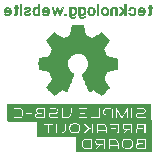
<source format=gbr>
G04 #@! TF.GenerationSoftware,KiCad,Pcbnew,(5.1.9)-1*
G04 #@! TF.CreationDate,2021-04-22T03:11:02+04:00*
G04 #@! TF.ProjectId,USB-C breakout,5553422d-4320-4627-9265-616b6f75742e,rev?*
G04 #@! TF.SameCoordinates,Original*
G04 #@! TF.FileFunction,Legend,Bot*
G04 #@! TF.FilePolarity,Positive*
%FSLAX46Y46*%
G04 Gerber Fmt 4.6, Leading zero omitted, Abs format (unit mm)*
G04 Created by KiCad (PCBNEW (5.1.9)-1) date 2021-04-22 03:11:02*
%MOMM*%
%LPD*%
G01*
G04 APERTURE LIST*
%ADD10C,0.010000*%
%ADD11C,0.150000*%
G04 APERTURE END LIST*
D10*
G36*
X112544186Y-51518931D02*
G01*
X112460365Y-51963555D01*
X112151080Y-52091053D01*
X111841794Y-52218551D01*
X111470754Y-51966246D01*
X111366843Y-51895996D01*
X111272913Y-51833272D01*
X111193348Y-51780938D01*
X111132530Y-51741857D01*
X111094843Y-51718893D01*
X111084579Y-51713942D01*
X111066090Y-51726676D01*
X111026580Y-51761882D01*
X110970478Y-51815062D01*
X110902213Y-51881718D01*
X110826214Y-51957354D01*
X110746908Y-52037472D01*
X110668725Y-52117574D01*
X110596093Y-52193164D01*
X110533441Y-52259745D01*
X110485197Y-52312818D01*
X110455790Y-52347887D01*
X110448759Y-52359623D01*
X110458877Y-52381260D01*
X110487241Y-52428662D01*
X110530871Y-52497193D01*
X110586782Y-52582215D01*
X110651994Y-52679093D01*
X110689781Y-52734350D01*
X110758657Y-52835248D01*
X110819860Y-52926299D01*
X110870422Y-53002970D01*
X110907372Y-53060728D01*
X110927742Y-53095043D01*
X110930803Y-53102254D01*
X110923864Y-53122748D01*
X110904949Y-53170513D01*
X110876913Y-53238832D01*
X110842609Y-53320989D01*
X110804891Y-53410270D01*
X110766613Y-53499958D01*
X110730630Y-53583338D01*
X110699794Y-53653694D01*
X110676961Y-53704310D01*
X110664983Y-53728471D01*
X110664276Y-53729422D01*
X110645469Y-53734036D01*
X110595382Y-53744328D01*
X110519207Y-53759287D01*
X110422135Y-53777901D01*
X110309357Y-53799159D01*
X110243558Y-53811418D01*
X110123050Y-53834362D01*
X110014203Y-53856195D01*
X109922524Y-53875722D01*
X109853519Y-53891748D01*
X109812696Y-53903079D01*
X109804489Y-53906674D01*
X109796452Y-53931006D01*
X109789967Y-53985959D01*
X109785030Y-54065108D01*
X109781636Y-54162026D01*
X109779782Y-54270287D01*
X109779462Y-54383465D01*
X109780673Y-54495135D01*
X109783410Y-54598868D01*
X109787669Y-54688241D01*
X109793445Y-54756826D01*
X109800733Y-54798197D01*
X109805105Y-54806810D01*
X109831236Y-54817133D01*
X109886607Y-54831892D01*
X109963893Y-54849352D01*
X110055770Y-54867780D01*
X110087842Y-54873741D01*
X110242476Y-54902066D01*
X110364625Y-54924876D01*
X110458327Y-54943080D01*
X110527616Y-54957583D01*
X110576529Y-54969292D01*
X110609103Y-54979115D01*
X110629372Y-54987956D01*
X110641374Y-54996724D01*
X110643053Y-54998457D01*
X110659816Y-55026371D01*
X110685386Y-55080695D01*
X110717212Y-55154777D01*
X110752740Y-55241965D01*
X110789417Y-55335608D01*
X110824689Y-55429052D01*
X110856004Y-55515647D01*
X110880807Y-55588740D01*
X110896546Y-55641678D01*
X110900668Y-55667811D01*
X110900324Y-55668726D01*
X110886359Y-55690086D01*
X110854678Y-55737084D01*
X110808609Y-55804827D01*
X110751482Y-55888423D01*
X110686627Y-55982982D01*
X110668157Y-56009854D01*
X110602301Y-56107275D01*
X110544350Y-56196163D01*
X110497462Y-56271412D01*
X110464793Y-56327920D01*
X110449500Y-56360581D01*
X110448759Y-56364593D01*
X110461608Y-56385684D01*
X110497112Y-56427464D01*
X110550707Y-56485445D01*
X110617829Y-56555135D01*
X110693913Y-56632045D01*
X110774396Y-56711683D01*
X110854713Y-56789561D01*
X110930301Y-56861186D01*
X110996595Y-56922070D01*
X111049031Y-56967721D01*
X111083045Y-56993650D01*
X111092455Y-56997883D01*
X111114357Y-56987912D01*
X111159200Y-56961020D01*
X111219679Y-56921736D01*
X111266211Y-56890117D01*
X111350525Y-56832098D01*
X111450374Y-56763784D01*
X111550527Y-56695579D01*
X111604373Y-56659075D01*
X111786629Y-56535800D01*
X111939619Y-56618520D01*
X112009318Y-56654759D01*
X112068586Y-56682926D01*
X112108689Y-56698991D01*
X112118897Y-56701226D01*
X112131171Y-56684722D01*
X112155387Y-56638082D01*
X112189737Y-56565609D01*
X112232412Y-56471606D01*
X112281606Y-56360374D01*
X112335510Y-56236215D01*
X112392316Y-56103432D01*
X112450218Y-55966327D01*
X112507407Y-55829202D01*
X112562076Y-55696358D01*
X112612416Y-55572098D01*
X112656620Y-55460725D01*
X112692881Y-55366539D01*
X112719391Y-55293844D01*
X112734342Y-55246941D01*
X112736746Y-55230833D01*
X112717689Y-55210286D01*
X112675964Y-55176933D01*
X112620294Y-55137702D01*
X112615622Y-55134599D01*
X112471736Y-55019423D01*
X112355717Y-54885053D01*
X112268570Y-54735784D01*
X112211301Y-54575913D01*
X112184914Y-54409737D01*
X112190415Y-54241552D01*
X112228810Y-54075655D01*
X112301105Y-53916342D01*
X112322374Y-53881487D01*
X112433004Y-53740737D01*
X112563698Y-53627714D01*
X112709936Y-53543003D01*
X112867192Y-53487194D01*
X113030943Y-53460874D01*
X113196667Y-53464630D01*
X113359838Y-53499050D01*
X113515935Y-53564723D01*
X113660433Y-53662235D01*
X113705131Y-53701813D01*
X113818888Y-53825703D01*
X113901782Y-53956124D01*
X113958644Y-54102315D01*
X113990313Y-54247088D01*
X113998131Y-54409860D01*
X113972062Y-54573440D01*
X113914755Y-54732298D01*
X113828856Y-54880906D01*
X113717014Y-55013735D01*
X113581877Y-55125256D01*
X113564117Y-55137011D01*
X113507850Y-55175508D01*
X113465077Y-55208863D01*
X113444628Y-55230160D01*
X113444331Y-55230833D01*
X113448721Y-55253871D01*
X113466124Y-55306157D01*
X113494732Y-55383390D01*
X113532735Y-55481268D01*
X113578326Y-55595491D01*
X113629697Y-55721758D01*
X113685038Y-55855767D01*
X113742542Y-55993218D01*
X113800399Y-56129808D01*
X113856802Y-56261237D01*
X113909942Y-56383205D01*
X113958010Y-56491409D01*
X113999199Y-56581549D01*
X114031699Y-56649323D01*
X114053703Y-56690430D01*
X114062564Y-56701226D01*
X114089640Y-56692819D01*
X114140303Y-56670272D01*
X114205817Y-56637613D01*
X114241841Y-56618520D01*
X114394832Y-56535800D01*
X114577088Y-56659075D01*
X114670125Y-56722228D01*
X114771985Y-56791727D01*
X114867438Y-56857165D01*
X114915250Y-56890117D01*
X114982495Y-56935273D01*
X115039436Y-56971057D01*
X115078646Y-56992938D01*
X115091381Y-56997563D01*
X115109917Y-56985085D01*
X115150941Y-56950252D01*
X115210475Y-56896678D01*
X115284542Y-56827983D01*
X115369165Y-56747781D01*
X115422685Y-56696286D01*
X115516319Y-56604286D01*
X115597241Y-56521999D01*
X115662177Y-56452945D01*
X115707858Y-56400644D01*
X115731011Y-56368616D01*
X115733232Y-56362116D01*
X115722924Y-56337394D01*
X115694439Y-56287405D01*
X115650937Y-56217212D01*
X115595577Y-56131875D01*
X115531520Y-56036456D01*
X115513303Y-56009854D01*
X115446927Y-55913167D01*
X115387378Y-55826117D01*
X115337984Y-55753595D01*
X115302075Y-55700493D01*
X115282981Y-55671703D01*
X115281136Y-55668726D01*
X115283895Y-55645782D01*
X115298538Y-55595336D01*
X115322513Y-55524041D01*
X115353266Y-55438547D01*
X115388244Y-55345507D01*
X115424893Y-55251574D01*
X115460661Y-55163399D01*
X115492994Y-55087634D01*
X115519338Y-55030931D01*
X115537142Y-54999943D01*
X115538407Y-54998457D01*
X115549294Y-54989601D01*
X115567682Y-54980843D01*
X115597606Y-54971277D01*
X115643103Y-54959996D01*
X115708209Y-54946093D01*
X115796961Y-54928663D01*
X115913393Y-54906798D01*
X116061542Y-54879591D01*
X116093618Y-54873741D01*
X116188686Y-54855374D01*
X116271565Y-54837405D01*
X116334930Y-54821569D01*
X116371458Y-54809600D01*
X116376356Y-54806810D01*
X116384427Y-54782072D01*
X116390987Y-54726790D01*
X116396033Y-54647389D01*
X116399559Y-54550296D01*
X116401561Y-54441938D01*
X116402036Y-54328740D01*
X116400977Y-54217128D01*
X116398382Y-54113529D01*
X116394246Y-54024368D01*
X116388563Y-53956072D01*
X116381331Y-53915066D01*
X116376971Y-53906674D01*
X116352698Y-53898208D01*
X116297426Y-53884435D01*
X116216662Y-53866550D01*
X116115912Y-53845748D01*
X116000683Y-53823223D01*
X115937902Y-53811418D01*
X115818787Y-53789151D01*
X115712565Y-53768979D01*
X115624427Y-53751915D01*
X115559566Y-53738969D01*
X115523174Y-53731155D01*
X115517184Y-53729422D01*
X115507061Y-53709890D01*
X115485662Y-53662843D01*
X115455839Y-53595003D01*
X115420445Y-53513091D01*
X115382332Y-53423828D01*
X115344353Y-53333935D01*
X115309360Y-53250135D01*
X115280206Y-53179147D01*
X115259743Y-53127694D01*
X115250823Y-53102497D01*
X115250657Y-53101396D01*
X115260769Y-53081519D01*
X115289117Y-53035777D01*
X115332723Y-52968717D01*
X115388606Y-52884884D01*
X115453787Y-52788826D01*
X115491679Y-52733650D01*
X115560725Y-52632481D01*
X115622050Y-52540630D01*
X115672663Y-52462744D01*
X115709571Y-52403469D01*
X115729782Y-52367451D01*
X115732701Y-52359377D01*
X115720153Y-52340584D01*
X115685463Y-52300457D01*
X115633063Y-52243493D01*
X115567384Y-52174185D01*
X115492856Y-52097031D01*
X115413913Y-52016525D01*
X115334983Y-51937163D01*
X115260500Y-51863440D01*
X115194894Y-51799852D01*
X115142596Y-51750894D01*
X115108039Y-51721061D01*
X115096478Y-51713942D01*
X115077654Y-51723953D01*
X115032631Y-51752078D01*
X114965787Y-51795454D01*
X114881499Y-51851218D01*
X114784144Y-51916506D01*
X114710707Y-51966246D01*
X114339667Y-52218551D01*
X113721095Y-51963555D01*
X113637275Y-51518931D01*
X113553454Y-51074307D01*
X112628006Y-51074307D01*
X112544186Y-51518931D01*
G37*
X112544186Y-51518931D02*
X112460365Y-51963555D01*
X112151080Y-52091053D01*
X111841794Y-52218551D01*
X111470754Y-51966246D01*
X111366843Y-51895996D01*
X111272913Y-51833272D01*
X111193348Y-51780938D01*
X111132530Y-51741857D01*
X111094843Y-51718893D01*
X111084579Y-51713942D01*
X111066090Y-51726676D01*
X111026580Y-51761882D01*
X110970478Y-51815062D01*
X110902213Y-51881718D01*
X110826214Y-51957354D01*
X110746908Y-52037472D01*
X110668725Y-52117574D01*
X110596093Y-52193164D01*
X110533441Y-52259745D01*
X110485197Y-52312818D01*
X110455790Y-52347887D01*
X110448759Y-52359623D01*
X110458877Y-52381260D01*
X110487241Y-52428662D01*
X110530871Y-52497193D01*
X110586782Y-52582215D01*
X110651994Y-52679093D01*
X110689781Y-52734350D01*
X110758657Y-52835248D01*
X110819860Y-52926299D01*
X110870422Y-53002970D01*
X110907372Y-53060728D01*
X110927742Y-53095043D01*
X110930803Y-53102254D01*
X110923864Y-53122748D01*
X110904949Y-53170513D01*
X110876913Y-53238832D01*
X110842609Y-53320989D01*
X110804891Y-53410270D01*
X110766613Y-53499958D01*
X110730630Y-53583338D01*
X110699794Y-53653694D01*
X110676961Y-53704310D01*
X110664983Y-53728471D01*
X110664276Y-53729422D01*
X110645469Y-53734036D01*
X110595382Y-53744328D01*
X110519207Y-53759287D01*
X110422135Y-53777901D01*
X110309357Y-53799159D01*
X110243558Y-53811418D01*
X110123050Y-53834362D01*
X110014203Y-53856195D01*
X109922524Y-53875722D01*
X109853519Y-53891748D01*
X109812696Y-53903079D01*
X109804489Y-53906674D01*
X109796452Y-53931006D01*
X109789967Y-53985959D01*
X109785030Y-54065108D01*
X109781636Y-54162026D01*
X109779782Y-54270287D01*
X109779462Y-54383465D01*
X109780673Y-54495135D01*
X109783410Y-54598868D01*
X109787669Y-54688241D01*
X109793445Y-54756826D01*
X109800733Y-54798197D01*
X109805105Y-54806810D01*
X109831236Y-54817133D01*
X109886607Y-54831892D01*
X109963893Y-54849352D01*
X110055770Y-54867780D01*
X110087842Y-54873741D01*
X110242476Y-54902066D01*
X110364625Y-54924876D01*
X110458327Y-54943080D01*
X110527616Y-54957583D01*
X110576529Y-54969292D01*
X110609103Y-54979115D01*
X110629372Y-54987956D01*
X110641374Y-54996724D01*
X110643053Y-54998457D01*
X110659816Y-55026371D01*
X110685386Y-55080695D01*
X110717212Y-55154777D01*
X110752740Y-55241965D01*
X110789417Y-55335608D01*
X110824689Y-55429052D01*
X110856004Y-55515647D01*
X110880807Y-55588740D01*
X110896546Y-55641678D01*
X110900668Y-55667811D01*
X110900324Y-55668726D01*
X110886359Y-55690086D01*
X110854678Y-55737084D01*
X110808609Y-55804827D01*
X110751482Y-55888423D01*
X110686627Y-55982982D01*
X110668157Y-56009854D01*
X110602301Y-56107275D01*
X110544350Y-56196163D01*
X110497462Y-56271412D01*
X110464793Y-56327920D01*
X110449500Y-56360581D01*
X110448759Y-56364593D01*
X110461608Y-56385684D01*
X110497112Y-56427464D01*
X110550707Y-56485445D01*
X110617829Y-56555135D01*
X110693913Y-56632045D01*
X110774396Y-56711683D01*
X110854713Y-56789561D01*
X110930301Y-56861186D01*
X110996595Y-56922070D01*
X111049031Y-56967721D01*
X111083045Y-56993650D01*
X111092455Y-56997883D01*
X111114357Y-56987912D01*
X111159200Y-56961020D01*
X111219679Y-56921736D01*
X111266211Y-56890117D01*
X111350525Y-56832098D01*
X111450374Y-56763784D01*
X111550527Y-56695579D01*
X111604373Y-56659075D01*
X111786629Y-56535800D01*
X111939619Y-56618520D01*
X112009318Y-56654759D01*
X112068586Y-56682926D01*
X112108689Y-56698991D01*
X112118897Y-56701226D01*
X112131171Y-56684722D01*
X112155387Y-56638082D01*
X112189737Y-56565609D01*
X112232412Y-56471606D01*
X112281606Y-56360374D01*
X112335510Y-56236215D01*
X112392316Y-56103432D01*
X112450218Y-55966327D01*
X112507407Y-55829202D01*
X112562076Y-55696358D01*
X112612416Y-55572098D01*
X112656620Y-55460725D01*
X112692881Y-55366539D01*
X112719391Y-55293844D01*
X112734342Y-55246941D01*
X112736746Y-55230833D01*
X112717689Y-55210286D01*
X112675964Y-55176933D01*
X112620294Y-55137702D01*
X112615622Y-55134599D01*
X112471736Y-55019423D01*
X112355717Y-54885053D01*
X112268570Y-54735784D01*
X112211301Y-54575913D01*
X112184914Y-54409737D01*
X112190415Y-54241552D01*
X112228810Y-54075655D01*
X112301105Y-53916342D01*
X112322374Y-53881487D01*
X112433004Y-53740737D01*
X112563698Y-53627714D01*
X112709936Y-53543003D01*
X112867192Y-53487194D01*
X113030943Y-53460874D01*
X113196667Y-53464630D01*
X113359838Y-53499050D01*
X113515935Y-53564723D01*
X113660433Y-53662235D01*
X113705131Y-53701813D01*
X113818888Y-53825703D01*
X113901782Y-53956124D01*
X113958644Y-54102315D01*
X113990313Y-54247088D01*
X113998131Y-54409860D01*
X113972062Y-54573440D01*
X113914755Y-54732298D01*
X113828856Y-54880906D01*
X113717014Y-55013735D01*
X113581877Y-55125256D01*
X113564117Y-55137011D01*
X113507850Y-55175508D01*
X113465077Y-55208863D01*
X113444628Y-55230160D01*
X113444331Y-55230833D01*
X113448721Y-55253871D01*
X113466124Y-55306157D01*
X113494732Y-55383390D01*
X113532735Y-55481268D01*
X113578326Y-55595491D01*
X113629697Y-55721758D01*
X113685038Y-55855767D01*
X113742542Y-55993218D01*
X113800399Y-56129808D01*
X113856802Y-56261237D01*
X113909942Y-56383205D01*
X113958010Y-56491409D01*
X113999199Y-56581549D01*
X114031699Y-56649323D01*
X114053703Y-56690430D01*
X114062564Y-56701226D01*
X114089640Y-56692819D01*
X114140303Y-56670272D01*
X114205817Y-56637613D01*
X114241841Y-56618520D01*
X114394832Y-56535800D01*
X114577088Y-56659075D01*
X114670125Y-56722228D01*
X114771985Y-56791727D01*
X114867438Y-56857165D01*
X114915250Y-56890117D01*
X114982495Y-56935273D01*
X115039436Y-56971057D01*
X115078646Y-56992938D01*
X115091381Y-56997563D01*
X115109917Y-56985085D01*
X115150941Y-56950252D01*
X115210475Y-56896678D01*
X115284542Y-56827983D01*
X115369165Y-56747781D01*
X115422685Y-56696286D01*
X115516319Y-56604286D01*
X115597241Y-56521999D01*
X115662177Y-56452945D01*
X115707858Y-56400644D01*
X115731011Y-56368616D01*
X115733232Y-56362116D01*
X115722924Y-56337394D01*
X115694439Y-56287405D01*
X115650937Y-56217212D01*
X115595577Y-56131875D01*
X115531520Y-56036456D01*
X115513303Y-56009854D01*
X115446927Y-55913167D01*
X115387378Y-55826117D01*
X115337984Y-55753595D01*
X115302075Y-55700493D01*
X115282981Y-55671703D01*
X115281136Y-55668726D01*
X115283895Y-55645782D01*
X115298538Y-55595336D01*
X115322513Y-55524041D01*
X115353266Y-55438547D01*
X115388244Y-55345507D01*
X115424893Y-55251574D01*
X115460661Y-55163399D01*
X115492994Y-55087634D01*
X115519338Y-55030931D01*
X115537142Y-54999943D01*
X115538407Y-54998457D01*
X115549294Y-54989601D01*
X115567682Y-54980843D01*
X115597606Y-54971277D01*
X115643103Y-54959996D01*
X115708209Y-54946093D01*
X115796961Y-54928663D01*
X115913393Y-54906798D01*
X116061542Y-54879591D01*
X116093618Y-54873741D01*
X116188686Y-54855374D01*
X116271565Y-54837405D01*
X116334930Y-54821569D01*
X116371458Y-54809600D01*
X116376356Y-54806810D01*
X116384427Y-54782072D01*
X116390987Y-54726790D01*
X116396033Y-54647389D01*
X116399559Y-54550296D01*
X116401561Y-54441938D01*
X116402036Y-54328740D01*
X116400977Y-54217128D01*
X116398382Y-54113529D01*
X116394246Y-54024368D01*
X116388563Y-53956072D01*
X116381331Y-53915066D01*
X116376971Y-53906674D01*
X116352698Y-53898208D01*
X116297426Y-53884435D01*
X116216662Y-53866550D01*
X116115912Y-53845748D01*
X116000683Y-53823223D01*
X115937902Y-53811418D01*
X115818787Y-53789151D01*
X115712565Y-53768979D01*
X115624427Y-53751915D01*
X115559566Y-53738969D01*
X115523174Y-53731155D01*
X115517184Y-53729422D01*
X115507061Y-53709890D01*
X115485662Y-53662843D01*
X115455839Y-53595003D01*
X115420445Y-53513091D01*
X115382332Y-53423828D01*
X115344353Y-53333935D01*
X115309360Y-53250135D01*
X115280206Y-53179147D01*
X115259743Y-53127694D01*
X115250823Y-53102497D01*
X115250657Y-53101396D01*
X115260769Y-53081519D01*
X115289117Y-53035777D01*
X115332723Y-52968717D01*
X115388606Y-52884884D01*
X115453787Y-52788826D01*
X115491679Y-52733650D01*
X115560725Y-52632481D01*
X115622050Y-52540630D01*
X115672663Y-52462744D01*
X115709571Y-52403469D01*
X115729782Y-52367451D01*
X115732701Y-52359377D01*
X115720153Y-52340584D01*
X115685463Y-52300457D01*
X115633063Y-52243493D01*
X115567384Y-52174185D01*
X115492856Y-52097031D01*
X115413913Y-52016525D01*
X115334983Y-51937163D01*
X115260500Y-51863440D01*
X115194894Y-51799852D01*
X115142596Y-51750894D01*
X115108039Y-51721061D01*
X115096478Y-51713942D01*
X115077654Y-51723953D01*
X115032631Y-51752078D01*
X114965787Y-51795454D01*
X114881499Y-51851218D01*
X114784144Y-51916506D01*
X114710707Y-51966246D01*
X114339667Y-52218551D01*
X113721095Y-51963555D01*
X113637275Y-51518931D01*
X113553454Y-51074307D01*
X112628006Y-51074307D01*
X112544186Y-51518931D01*
G36*
X119150000Y-49410000D02*
G01*
X119220000Y-49410000D01*
X119270000Y-49420000D01*
X119270000Y-49560000D01*
X119320000Y-49580000D01*
X119390000Y-49580000D01*
X119390000Y-49640000D01*
X119350000Y-49660000D01*
X119290000Y-49660000D01*
X119270000Y-49720000D01*
X119270000Y-50060000D01*
X119270000Y-50130000D01*
X119250000Y-50190000D01*
X119220000Y-50240000D01*
X119160000Y-50270000D01*
X119090000Y-50270000D01*
X119020000Y-50260000D01*
X119020000Y-50190000D01*
X119060000Y-50170000D01*
X119130000Y-50160000D01*
X119150000Y-50100000D01*
X119150000Y-49690000D01*
X119110000Y-49660000D01*
X119040000Y-49660000D01*
X119020000Y-49620000D01*
X119050000Y-49580000D01*
X119120000Y-49580000D01*
X119150000Y-49540000D01*
X119150000Y-49410000D01*
G37*
X119150000Y-49410000D02*
X119220000Y-49410000D01*
X119270000Y-49420000D01*
X119270000Y-49560000D01*
X119320000Y-49580000D01*
X119390000Y-49580000D01*
X119390000Y-49640000D01*
X119350000Y-49660000D01*
X119290000Y-49660000D01*
X119270000Y-49720000D01*
X119270000Y-50060000D01*
X119270000Y-50130000D01*
X119250000Y-50190000D01*
X119220000Y-50240000D01*
X119160000Y-50270000D01*
X119090000Y-50270000D01*
X119020000Y-50260000D01*
X119020000Y-50190000D01*
X119060000Y-50170000D01*
X119130000Y-50160000D01*
X119150000Y-50100000D01*
X119150000Y-49690000D01*
X119110000Y-49660000D01*
X119040000Y-49660000D01*
X119020000Y-49620000D01*
X119050000Y-49580000D01*
X119120000Y-49580000D01*
X119150000Y-49540000D01*
X119150000Y-49410000D01*
G36*
X118420000Y-50270000D02*
G01*
X118350000Y-50260000D01*
X118290000Y-50230000D01*
X118240000Y-50190000D01*
X118200000Y-50140000D01*
X118240000Y-50100000D01*
X118290000Y-50120000D01*
X118350000Y-50160000D01*
X118410000Y-50180000D01*
X118480000Y-50180000D01*
X118540000Y-50150000D01*
X118600000Y-50110000D01*
X118630000Y-50050000D01*
X118650000Y-49990000D01*
X118620000Y-49950000D01*
X118620000Y-49850000D01*
X118630000Y-49800000D01*
X118610000Y-49740000D01*
X118560000Y-49690000D01*
X118500000Y-49660000D01*
X118470000Y-49660000D01*
X118400000Y-49670000D01*
X118340000Y-49710000D01*
X118310000Y-49760000D01*
X118300000Y-49830000D01*
X118350000Y-49850000D01*
X118620000Y-49850000D01*
X118610000Y-49950000D01*
X118210000Y-49950000D01*
X118180000Y-49910000D01*
X118180000Y-49830000D01*
X118200000Y-49760000D01*
X118220000Y-49700000D01*
X118250000Y-49650000D01*
X118300000Y-49610000D01*
X118360000Y-49580000D01*
X118430000Y-49560000D01*
X118500000Y-49570000D01*
X118570000Y-49580000D01*
X118630000Y-49610000D01*
X118680000Y-49660000D01*
X118720000Y-49710000D01*
X118740000Y-49770000D01*
X118760000Y-49840000D01*
X118760000Y-49910000D01*
X118760000Y-49980000D01*
X118750000Y-50050000D01*
X118720000Y-50110000D01*
X118690000Y-50170000D01*
X118640000Y-50210000D01*
X118590000Y-50250000D01*
X118520000Y-50270000D01*
X118450000Y-50270000D01*
X118420000Y-50270000D01*
G37*
X118420000Y-50270000D02*
X118350000Y-50260000D01*
X118290000Y-50230000D01*
X118240000Y-50190000D01*
X118200000Y-50140000D01*
X118240000Y-50100000D01*
X118290000Y-50120000D01*
X118350000Y-50160000D01*
X118410000Y-50180000D01*
X118480000Y-50180000D01*
X118540000Y-50150000D01*
X118600000Y-50110000D01*
X118630000Y-50050000D01*
X118650000Y-49990000D01*
X118620000Y-49950000D01*
X118620000Y-49850000D01*
X118630000Y-49800000D01*
X118610000Y-49740000D01*
X118560000Y-49690000D01*
X118500000Y-49660000D01*
X118470000Y-49660000D01*
X118400000Y-49670000D01*
X118340000Y-49710000D01*
X118310000Y-49760000D01*
X118300000Y-49830000D01*
X118350000Y-49850000D01*
X118620000Y-49850000D01*
X118610000Y-49950000D01*
X118210000Y-49950000D01*
X118180000Y-49910000D01*
X118180000Y-49830000D01*
X118200000Y-49760000D01*
X118220000Y-49700000D01*
X118250000Y-49650000D01*
X118300000Y-49610000D01*
X118360000Y-49580000D01*
X118430000Y-49560000D01*
X118500000Y-49570000D01*
X118570000Y-49580000D01*
X118630000Y-49610000D01*
X118680000Y-49660000D01*
X118720000Y-49710000D01*
X118740000Y-49770000D01*
X118760000Y-49840000D01*
X118760000Y-49910000D01*
X118760000Y-49980000D01*
X118750000Y-50050000D01*
X118720000Y-50110000D01*
X118690000Y-50170000D01*
X118640000Y-50210000D01*
X118590000Y-50250000D01*
X118520000Y-50270000D01*
X118450000Y-50270000D01*
X118420000Y-50270000D01*
G36*
X117670000Y-50180000D02*
G01*
X117740000Y-50170000D01*
X117800000Y-50130000D01*
X117830000Y-50080000D01*
X117850000Y-50020000D01*
X117860000Y-49950000D01*
X117860000Y-49870000D01*
X117850000Y-49800000D01*
X117830000Y-49740000D01*
X117780000Y-49690000D01*
X117720000Y-49660000D01*
X117650000Y-49660000D01*
X117590000Y-49680000D01*
X117540000Y-49730000D01*
X117510000Y-49790000D01*
X117460000Y-49810000D01*
X117400000Y-49800000D01*
X117420000Y-49730000D01*
X117450000Y-49670000D01*
X117490000Y-49620000D01*
X117550000Y-49590000D01*
X117620000Y-49570000D01*
X117690000Y-49560000D01*
X117760000Y-49570000D01*
X117820000Y-49600000D01*
X117870000Y-49630000D01*
X117920000Y-49680000D01*
X117950000Y-49740000D01*
X117970000Y-49810000D01*
X117980000Y-49880000D01*
X117980000Y-49950000D01*
X117970000Y-50020000D01*
X117950000Y-50090000D01*
X117920000Y-50150000D01*
X117880000Y-50200000D01*
X117830000Y-50240000D01*
X117770000Y-50260000D01*
X117700000Y-50270000D01*
X117630000Y-50270000D01*
X117560000Y-50250000D01*
X117500000Y-50220000D01*
X117450000Y-50170000D01*
X117420000Y-50110000D01*
X117400000Y-50050000D01*
X117470000Y-50040000D01*
X117520000Y-50070000D01*
X117550000Y-50120000D01*
X117610000Y-50170000D01*
X117670000Y-50180000D01*
G37*
X117670000Y-50180000D02*
X117740000Y-50170000D01*
X117800000Y-50130000D01*
X117830000Y-50080000D01*
X117850000Y-50020000D01*
X117860000Y-49950000D01*
X117860000Y-49870000D01*
X117850000Y-49800000D01*
X117830000Y-49740000D01*
X117780000Y-49690000D01*
X117720000Y-49660000D01*
X117650000Y-49660000D01*
X117590000Y-49680000D01*
X117540000Y-49730000D01*
X117510000Y-49790000D01*
X117460000Y-49810000D01*
X117400000Y-49800000D01*
X117420000Y-49730000D01*
X117450000Y-49670000D01*
X117490000Y-49620000D01*
X117550000Y-49590000D01*
X117620000Y-49570000D01*
X117690000Y-49560000D01*
X117760000Y-49570000D01*
X117820000Y-49600000D01*
X117870000Y-49630000D01*
X117920000Y-49680000D01*
X117950000Y-49740000D01*
X117970000Y-49810000D01*
X117980000Y-49880000D01*
X117980000Y-49950000D01*
X117970000Y-50020000D01*
X117950000Y-50090000D01*
X117920000Y-50150000D01*
X117880000Y-50200000D01*
X117830000Y-50240000D01*
X117770000Y-50260000D01*
X117700000Y-50270000D01*
X117630000Y-50270000D01*
X117560000Y-50250000D01*
X117500000Y-50220000D01*
X117450000Y-50170000D01*
X117420000Y-50110000D01*
X117400000Y-50050000D01*
X117470000Y-50040000D01*
X117520000Y-50070000D01*
X117550000Y-50120000D01*
X117610000Y-50170000D01*
X117670000Y-50180000D01*
G36*
X116980000Y-49960000D02*
G01*
X116780000Y-50220000D01*
X116730000Y-50270000D01*
X116660000Y-50270000D01*
X116610000Y-50270000D01*
X116890000Y-49890000D01*
X116870000Y-49840000D01*
X116630000Y-49590000D01*
X116690000Y-49590000D01*
X116760000Y-49590000D01*
X116810000Y-49630000D01*
X117000000Y-49820000D01*
X117040000Y-49880000D01*
X117050000Y-49840000D01*
X117050000Y-49360000D01*
X117060000Y-49300000D01*
X117120000Y-49300000D01*
X117170000Y-49320000D01*
X117170000Y-50270000D01*
X117110000Y-50270000D01*
X117050000Y-50270000D01*
X117050000Y-50070000D01*
X117030000Y-50010000D01*
X116980000Y-49960000D01*
G37*
X116980000Y-49960000D02*
X116780000Y-50220000D01*
X116730000Y-50270000D01*
X116660000Y-50270000D01*
X116610000Y-50270000D01*
X116890000Y-49890000D01*
X116870000Y-49840000D01*
X116630000Y-49590000D01*
X116690000Y-49590000D01*
X116760000Y-49590000D01*
X116810000Y-49630000D01*
X117000000Y-49820000D01*
X117040000Y-49880000D01*
X117050000Y-49840000D01*
X117050000Y-49360000D01*
X117060000Y-49300000D01*
X117120000Y-49300000D01*
X117170000Y-49320000D01*
X117170000Y-50270000D01*
X117110000Y-50270000D01*
X117050000Y-50270000D01*
X117050000Y-50070000D01*
X117030000Y-50010000D01*
X116980000Y-49960000D01*
G36*
X116280000Y-49590000D02*
G01*
X116350000Y-49590000D01*
X116400000Y-49610000D01*
X116400000Y-50220000D01*
X116390000Y-50270000D01*
X116320000Y-50270000D01*
X116280000Y-50250000D01*
X116280000Y-49840000D01*
X116280000Y-49780000D01*
X116240000Y-49720000D01*
X116180000Y-49680000D01*
X116120000Y-49670000D01*
X116040000Y-49680000D01*
X116000000Y-49720000D01*
X115980000Y-49780000D01*
X115970000Y-49850000D01*
X115970000Y-50260000D01*
X115920000Y-50270000D01*
X115860000Y-50270000D01*
X115860000Y-49800000D01*
X115870000Y-49720000D01*
X115890000Y-49660000D01*
X115930000Y-49620000D01*
X115990000Y-49590000D01*
X116050000Y-49580000D01*
X116130000Y-49580000D01*
X116190000Y-49600000D01*
X116280000Y-49660000D01*
X116280000Y-49590000D01*
G37*
X116280000Y-49590000D02*
X116350000Y-49590000D01*
X116400000Y-49610000D01*
X116400000Y-50220000D01*
X116390000Y-50270000D01*
X116320000Y-50270000D01*
X116280000Y-50250000D01*
X116280000Y-49840000D01*
X116280000Y-49780000D01*
X116240000Y-49720000D01*
X116180000Y-49680000D01*
X116120000Y-49670000D01*
X116040000Y-49680000D01*
X116000000Y-49720000D01*
X115980000Y-49780000D01*
X115970000Y-49850000D01*
X115970000Y-50260000D01*
X115920000Y-50270000D01*
X115860000Y-50270000D01*
X115860000Y-49800000D01*
X115870000Y-49720000D01*
X115890000Y-49660000D01*
X115930000Y-49620000D01*
X115990000Y-49590000D01*
X116050000Y-49580000D01*
X116130000Y-49580000D01*
X116190000Y-49600000D01*
X116280000Y-49660000D01*
X116280000Y-49590000D01*
G36*
X115570000Y-49920000D02*
G01*
X115560000Y-49840000D01*
X115540000Y-49780000D01*
X115510000Y-49730000D01*
X115460000Y-49680000D01*
X115400000Y-49660000D01*
X115330000Y-49660000D01*
X115270000Y-49690000D01*
X115220000Y-49730000D01*
X115190000Y-49790000D01*
X115180000Y-49860000D01*
X115170000Y-49930000D01*
X115180000Y-50010000D01*
X115200000Y-50070000D01*
X115240000Y-50120000D01*
X115290000Y-50160000D01*
X115350000Y-50180000D01*
X115420000Y-50170000D01*
X115480000Y-50140000D01*
X115520000Y-50090000D01*
X115550000Y-50030000D01*
X115560000Y-49970000D01*
X115680000Y-49940000D01*
X115670000Y-50010000D01*
X115660000Y-50080000D01*
X115630000Y-50130000D01*
X115590000Y-50180000D01*
X115540000Y-50230000D01*
X115480000Y-50260000D01*
X115410000Y-50270000D01*
X115340000Y-50270000D01*
X115280000Y-50260000D01*
X115210000Y-50230000D01*
X115160000Y-50190000D01*
X115120000Y-50140000D01*
X115090000Y-50080000D01*
X115070000Y-50020000D01*
X115060000Y-49950000D01*
X115060000Y-49880000D01*
X115070000Y-49800000D01*
X115090000Y-49740000D01*
X115120000Y-49690000D01*
X115170000Y-49640000D01*
X115220000Y-49600000D01*
X115280000Y-49570000D01*
X115350000Y-49560000D01*
X115420000Y-49570000D01*
X115490000Y-49580000D01*
X115540000Y-49610000D01*
X115600000Y-49660000D01*
X115640000Y-49710000D01*
X115660000Y-49770000D01*
X115680000Y-49840000D01*
X115680000Y-49910000D01*
X115570000Y-49920000D01*
G37*
X115570000Y-49920000D02*
X115560000Y-49840000D01*
X115540000Y-49780000D01*
X115510000Y-49730000D01*
X115460000Y-49680000D01*
X115400000Y-49660000D01*
X115330000Y-49660000D01*
X115270000Y-49690000D01*
X115220000Y-49730000D01*
X115190000Y-49790000D01*
X115180000Y-49860000D01*
X115170000Y-49930000D01*
X115180000Y-50010000D01*
X115200000Y-50070000D01*
X115240000Y-50120000D01*
X115290000Y-50160000D01*
X115350000Y-50180000D01*
X115420000Y-50170000D01*
X115480000Y-50140000D01*
X115520000Y-50090000D01*
X115550000Y-50030000D01*
X115560000Y-49970000D01*
X115680000Y-49940000D01*
X115670000Y-50010000D01*
X115660000Y-50080000D01*
X115630000Y-50130000D01*
X115590000Y-50180000D01*
X115540000Y-50230000D01*
X115480000Y-50260000D01*
X115410000Y-50270000D01*
X115340000Y-50270000D01*
X115280000Y-50260000D01*
X115210000Y-50230000D01*
X115160000Y-50190000D01*
X115120000Y-50140000D01*
X115090000Y-50080000D01*
X115070000Y-50020000D01*
X115060000Y-49950000D01*
X115060000Y-49880000D01*
X115070000Y-49800000D01*
X115090000Y-49740000D01*
X115120000Y-49690000D01*
X115170000Y-49640000D01*
X115220000Y-49600000D01*
X115280000Y-49570000D01*
X115350000Y-49560000D01*
X115420000Y-49570000D01*
X115490000Y-49580000D01*
X115540000Y-49610000D01*
X115600000Y-49660000D01*
X115640000Y-49710000D01*
X115660000Y-49770000D01*
X115680000Y-49840000D01*
X115680000Y-49910000D01*
X115570000Y-49920000D01*
G36*
X114730000Y-50270000D02*
G01*
X114730000Y-49320000D01*
X114780000Y-49300000D01*
X114850000Y-49300000D01*
X114850000Y-50250000D01*
X114800000Y-50270000D01*
X114730000Y-50270000D01*
G37*
X114730000Y-50270000D02*
X114730000Y-49320000D01*
X114780000Y-49300000D01*
X114850000Y-49300000D01*
X114850000Y-50250000D01*
X114800000Y-50270000D01*
X114730000Y-50270000D01*
G36*
X114420000Y-49920000D02*
G01*
X114420000Y-49840000D01*
X114400000Y-49780000D01*
X114370000Y-49730000D01*
X114320000Y-49680000D01*
X114260000Y-49660000D01*
X114190000Y-49660000D01*
X114130000Y-49690000D01*
X114080000Y-49730000D01*
X114050000Y-49790000D01*
X114030000Y-49860000D01*
X114030000Y-49930000D01*
X114040000Y-50010000D01*
X114060000Y-50070000D01*
X114090000Y-50120000D01*
X114140000Y-50160000D01*
X114210000Y-50180000D01*
X114280000Y-50170000D01*
X114330000Y-50140000D01*
X114380000Y-50090000D01*
X114410000Y-50030000D01*
X114420000Y-49970000D01*
X114540000Y-49940000D01*
X114530000Y-50010000D01*
X114510000Y-50080000D01*
X114480000Y-50130000D01*
X114440000Y-50180000D01*
X114390000Y-50230000D01*
X114340000Y-50260000D01*
X114270000Y-50270000D01*
X114200000Y-50270000D01*
X114130000Y-50260000D01*
X114070000Y-50230000D01*
X114010000Y-50190000D01*
X113970000Y-50140000D01*
X113940000Y-50080000D01*
X113920000Y-50020000D01*
X113910000Y-49950000D01*
X113910000Y-49880000D01*
X113930000Y-49800000D01*
X113950000Y-49740000D01*
X113980000Y-49690000D01*
X114020000Y-49640000D01*
X114080000Y-49600000D01*
X114140000Y-49570000D01*
X114210000Y-49560000D01*
X114280000Y-49570000D01*
X114340000Y-49580000D01*
X114400000Y-49610000D01*
X114450000Y-49660000D01*
X114490000Y-49710000D01*
X114520000Y-49770000D01*
X114530000Y-49840000D01*
X114540000Y-49910000D01*
X114420000Y-49920000D01*
G37*
X114420000Y-49920000D02*
X114420000Y-49840000D01*
X114400000Y-49780000D01*
X114370000Y-49730000D01*
X114320000Y-49680000D01*
X114260000Y-49660000D01*
X114190000Y-49660000D01*
X114130000Y-49690000D01*
X114080000Y-49730000D01*
X114050000Y-49790000D01*
X114030000Y-49860000D01*
X114030000Y-49930000D01*
X114040000Y-50010000D01*
X114060000Y-50070000D01*
X114090000Y-50120000D01*
X114140000Y-50160000D01*
X114210000Y-50180000D01*
X114280000Y-50170000D01*
X114330000Y-50140000D01*
X114380000Y-50090000D01*
X114410000Y-50030000D01*
X114420000Y-49970000D01*
X114540000Y-49940000D01*
X114530000Y-50010000D01*
X114510000Y-50080000D01*
X114480000Y-50130000D01*
X114440000Y-50180000D01*
X114390000Y-50230000D01*
X114340000Y-50260000D01*
X114270000Y-50270000D01*
X114200000Y-50270000D01*
X114130000Y-50260000D01*
X114070000Y-50230000D01*
X114010000Y-50190000D01*
X113970000Y-50140000D01*
X113940000Y-50080000D01*
X113920000Y-50020000D01*
X113910000Y-49950000D01*
X113910000Y-49880000D01*
X113930000Y-49800000D01*
X113950000Y-49740000D01*
X113980000Y-49690000D01*
X114020000Y-49640000D01*
X114080000Y-49600000D01*
X114140000Y-49570000D01*
X114210000Y-49560000D01*
X114280000Y-49570000D01*
X114340000Y-49580000D01*
X114400000Y-49610000D01*
X114450000Y-49660000D01*
X114490000Y-49710000D01*
X114520000Y-49770000D01*
X114530000Y-49840000D01*
X114540000Y-49910000D01*
X114420000Y-49920000D01*
G36*
X113630000Y-49900000D02*
G01*
X113620000Y-49820000D01*
X113610000Y-49760000D01*
X113580000Y-49710000D01*
X113530000Y-49660000D01*
X113470000Y-49640000D01*
X113400000Y-49640000D01*
X113340000Y-49670000D01*
X113300000Y-49720000D01*
X113280000Y-49780000D01*
X113280000Y-49990000D01*
X113290000Y-50050000D01*
X113330000Y-50110000D01*
X113380000Y-50140000D01*
X113450000Y-50150000D01*
X113510000Y-50140000D01*
X113570000Y-50100000D01*
X113600000Y-50050000D01*
X113620000Y-49990000D01*
X113630000Y-49910000D01*
X113740000Y-49960000D01*
X113730000Y-50030000D01*
X113710000Y-50090000D01*
X113680000Y-50140000D01*
X113640000Y-50190000D01*
X113580000Y-50230000D01*
X113520000Y-50250000D01*
X113450000Y-50250000D01*
X113380000Y-50240000D01*
X113320000Y-50210000D01*
X113280000Y-50180000D01*
X113280000Y-50250000D01*
X113300000Y-50320000D01*
X113330000Y-50370000D01*
X113390000Y-50400000D01*
X113460000Y-50420000D01*
X113530000Y-50410000D01*
X113580000Y-50380000D01*
X113640000Y-50340000D01*
X113680000Y-50360000D01*
X113690000Y-50410000D01*
X113650000Y-50450000D01*
X113580000Y-50490000D01*
X113520000Y-50510000D01*
X113450000Y-50510000D01*
X113380000Y-50500000D01*
X113320000Y-50480000D01*
X113260000Y-50450000D01*
X113220000Y-50400000D01*
X113180000Y-50350000D01*
X113170000Y-50280000D01*
X113160000Y-50210000D01*
X113160000Y-49600000D01*
X113180000Y-49560000D01*
X113250000Y-49560000D01*
X113270000Y-49600000D01*
X113300000Y-49600000D01*
X113360000Y-49570000D01*
X113420000Y-49550000D01*
X113490000Y-49540000D01*
X113560000Y-49560000D01*
X113620000Y-49590000D01*
X113670000Y-49630000D01*
X113700000Y-49690000D01*
X113730000Y-49750000D01*
X113740000Y-49810000D01*
X113740000Y-49890000D01*
X113630000Y-49900000D01*
G37*
X113630000Y-49900000D02*
X113620000Y-49820000D01*
X113610000Y-49760000D01*
X113580000Y-49710000D01*
X113530000Y-49660000D01*
X113470000Y-49640000D01*
X113400000Y-49640000D01*
X113340000Y-49670000D01*
X113300000Y-49720000D01*
X113280000Y-49780000D01*
X113280000Y-49990000D01*
X113290000Y-50050000D01*
X113330000Y-50110000D01*
X113380000Y-50140000D01*
X113450000Y-50150000D01*
X113510000Y-50140000D01*
X113570000Y-50100000D01*
X113600000Y-50050000D01*
X113620000Y-49990000D01*
X113630000Y-49910000D01*
X113740000Y-49960000D01*
X113730000Y-50030000D01*
X113710000Y-50090000D01*
X113680000Y-50140000D01*
X113640000Y-50190000D01*
X113580000Y-50230000D01*
X113520000Y-50250000D01*
X113450000Y-50250000D01*
X113380000Y-50240000D01*
X113320000Y-50210000D01*
X113280000Y-50180000D01*
X113280000Y-50250000D01*
X113300000Y-50320000D01*
X113330000Y-50370000D01*
X113390000Y-50400000D01*
X113460000Y-50420000D01*
X113530000Y-50410000D01*
X113580000Y-50380000D01*
X113640000Y-50340000D01*
X113680000Y-50360000D01*
X113690000Y-50410000D01*
X113650000Y-50450000D01*
X113580000Y-50490000D01*
X113520000Y-50510000D01*
X113450000Y-50510000D01*
X113380000Y-50500000D01*
X113320000Y-50480000D01*
X113260000Y-50450000D01*
X113220000Y-50400000D01*
X113180000Y-50350000D01*
X113170000Y-50280000D01*
X113160000Y-50210000D01*
X113160000Y-49600000D01*
X113180000Y-49560000D01*
X113250000Y-49560000D01*
X113270000Y-49600000D01*
X113300000Y-49600000D01*
X113360000Y-49570000D01*
X113420000Y-49550000D01*
X113490000Y-49540000D01*
X113560000Y-49560000D01*
X113620000Y-49590000D01*
X113670000Y-49630000D01*
X113700000Y-49690000D01*
X113730000Y-49750000D01*
X113740000Y-49810000D01*
X113740000Y-49890000D01*
X113630000Y-49900000D01*
G36*
X112840000Y-49900000D02*
G01*
X112840000Y-49820000D01*
X112820000Y-49760000D01*
X112790000Y-49710000D01*
X112750000Y-49660000D01*
X112680000Y-49640000D01*
X112620000Y-49640000D01*
X112560000Y-49670000D01*
X112510000Y-49720000D01*
X112500000Y-49780000D01*
X112500000Y-49990000D01*
X112500000Y-50050000D01*
X112540000Y-50110000D01*
X112590000Y-50140000D01*
X112660000Y-50150000D01*
X112730000Y-50140000D01*
X112780000Y-50100000D01*
X112820000Y-50050000D01*
X112840000Y-49990000D01*
X112840000Y-49910000D01*
X112960000Y-49960000D01*
X112940000Y-50030000D01*
X112920000Y-50090000D01*
X112890000Y-50140000D01*
X112850000Y-50190000D01*
X112800000Y-50230000D01*
X112730000Y-50250000D01*
X112660000Y-50250000D01*
X112600000Y-50240000D01*
X112540000Y-50210000D01*
X112500000Y-50180000D01*
X112500000Y-50250000D01*
X112510000Y-50320000D01*
X112550000Y-50370000D01*
X112600000Y-50400000D01*
X112670000Y-50420000D01*
X112740000Y-50410000D01*
X112800000Y-50380000D01*
X112850000Y-50340000D01*
X112900000Y-50360000D01*
X112910000Y-50410000D01*
X112860000Y-50450000D01*
X112800000Y-50490000D01*
X112730000Y-50510000D01*
X112670000Y-50510000D01*
X112600000Y-50500000D01*
X112530000Y-50480000D01*
X112480000Y-50450000D01*
X112430000Y-50400000D01*
X112400000Y-50350000D01*
X112380000Y-50280000D01*
X112380000Y-50210000D01*
X112380000Y-49600000D01*
X112400000Y-49560000D01*
X112460000Y-49560000D01*
X112490000Y-49600000D01*
X112520000Y-49600000D01*
X112570000Y-49570000D01*
X112640000Y-49550000D01*
X112710000Y-49540000D01*
X112770000Y-49560000D01*
X112830000Y-49590000D01*
X112880000Y-49630000D01*
X112920000Y-49690000D01*
X112940000Y-49750000D01*
X112950000Y-49810000D01*
X112960000Y-49890000D01*
X112840000Y-49900000D01*
G37*
X112840000Y-49900000D02*
X112840000Y-49820000D01*
X112820000Y-49760000D01*
X112790000Y-49710000D01*
X112750000Y-49660000D01*
X112680000Y-49640000D01*
X112620000Y-49640000D01*
X112560000Y-49670000D01*
X112510000Y-49720000D01*
X112500000Y-49780000D01*
X112500000Y-49990000D01*
X112500000Y-50050000D01*
X112540000Y-50110000D01*
X112590000Y-50140000D01*
X112660000Y-50150000D01*
X112730000Y-50140000D01*
X112780000Y-50100000D01*
X112820000Y-50050000D01*
X112840000Y-49990000D01*
X112840000Y-49910000D01*
X112960000Y-49960000D01*
X112940000Y-50030000D01*
X112920000Y-50090000D01*
X112890000Y-50140000D01*
X112850000Y-50190000D01*
X112800000Y-50230000D01*
X112730000Y-50250000D01*
X112660000Y-50250000D01*
X112600000Y-50240000D01*
X112540000Y-50210000D01*
X112500000Y-50180000D01*
X112500000Y-50250000D01*
X112510000Y-50320000D01*
X112550000Y-50370000D01*
X112600000Y-50400000D01*
X112670000Y-50420000D01*
X112740000Y-50410000D01*
X112800000Y-50380000D01*
X112850000Y-50340000D01*
X112900000Y-50360000D01*
X112910000Y-50410000D01*
X112860000Y-50450000D01*
X112800000Y-50490000D01*
X112730000Y-50510000D01*
X112670000Y-50510000D01*
X112600000Y-50500000D01*
X112530000Y-50480000D01*
X112480000Y-50450000D01*
X112430000Y-50400000D01*
X112400000Y-50350000D01*
X112380000Y-50280000D01*
X112380000Y-50210000D01*
X112380000Y-49600000D01*
X112400000Y-49560000D01*
X112460000Y-49560000D01*
X112490000Y-49600000D01*
X112520000Y-49600000D01*
X112570000Y-49570000D01*
X112640000Y-49550000D01*
X112710000Y-49540000D01*
X112770000Y-49560000D01*
X112830000Y-49590000D01*
X112880000Y-49630000D01*
X112920000Y-49690000D01*
X112940000Y-49750000D01*
X112950000Y-49810000D01*
X112960000Y-49890000D01*
X112840000Y-49900000D01*
G36*
X112110000Y-50210000D02*
G01*
X112080000Y-50260000D01*
X112010000Y-50270000D01*
X111970000Y-50230000D01*
X111970000Y-50170000D01*
X112020000Y-50130000D01*
X112080000Y-50150000D01*
X112110000Y-50210000D01*
G37*
X112110000Y-50210000D02*
X112080000Y-50260000D01*
X112010000Y-50270000D01*
X111970000Y-50230000D01*
X111970000Y-50170000D01*
X112020000Y-50130000D01*
X112080000Y-50150000D01*
X112110000Y-50210000D01*
G36*
X111160000Y-50110000D02*
G01*
X111320000Y-49600000D01*
X111380000Y-49590000D01*
X111420000Y-49620000D01*
X111570000Y-50070000D01*
X111590000Y-50060000D01*
X111710000Y-49610000D01*
X111760000Y-49590000D01*
X111830000Y-49590000D01*
X111640000Y-50240000D01*
X111600000Y-50270000D01*
X111530000Y-50270000D01*
X111370000Y-49760000D01*
X111350000Y-49810000D01*
X111210000Y-50260000D01*
X111150000Y-50270000D01*
X111100000Y-50250000D01*
X110910000Y-49600000D01*
X110960000Y-49590000D01*
X111030000Y-49590000D01*
X111040000Y-49650000D01*
X111160000Y-50110000D01*
G37*
X111160000Y-50110000D02*
X111320000Y-49600000D01*
X111380000Y-49590000D01*
X111420000Y-49620000D01*
X111570000Y-50070000D01*
X111590000Y-50060000D01*
X111710000Y-49610000D01*
X111760000Y-49590000D01*
X111830000Y-49590000D01*
X111640000Y-50240000D01*
X111600000Y-50270000D01*
X111530000Y-50270000D01*
X111370000Y-49760000D01*
X111350000Y-49810000D01*
X111210000Y-50260000D01*
X111150000Y-50270000D01*
X111100000Y-50250000D01*
X110910000Y-49600000D01*
X110960000Y-49590000D01*
X111030000Y-49590000D01*
X111040000Y-49650000D01*
X111160000Y-50110000D01*
G36*
X110320000Y-50270000D02*
G01*
X110250000Y-50260000D01*
X110190000Y-50230000D01*
X110140000Y-50190000D01*
X110100000Y-50140000D01*
X110150000Y-50100000D01*
X110200000Y-50120000D01*
X110250000Y-50160000D01*
X110320000Y-50180000D01*
X110390000Y-50180000D01*
X110450000Y-50150000D01*
X110500000Y-50110000D01*
X110530000Y-50050000D01*
X110550000Y-49990000D01*
X110520000Y-49950000D01*
X110530000Y-49850000D01*
X110540000Y-49800000D01*
X110510000Y-49740000D01*
X110470000Y-49690000D01*
X110410000Y-49660000D01*
X110370000Y-49660000D01*
X110300000Y-49670000D01*
X110250000Y-49710000D01*
X110220000Y-49760000D01*
X110210000Y-49830000D01*
X110260000Y-49850000D01*
X110530000Y-49850000D01*
X110520000Y-49950000D01*
X110110000Y-49950000D01*
X110090000Y-49910000D01*
X110090000Y-49830000D01*
X110100000Y-49760000D01*
X110130000Y-49700000D01*
X110160000Y-49650000D01*
X110210000Y-49610000D01*
X110270000Y-49580000D01*
X110330000Y-49560000D01*
X110410000Y-49570000D01*
X110470000Y-49580000D01*
X110530000Y-49610000D01*
X110580000Y-49660000D01*
X110620000Y-49710000D01*
X110650000Y-49770000D01*
X110660000Y-49840000D01*
X110670000Y-49910000D01*
X110670000Y-49980000D01*
X110650000Y-50050000D01*
X110630000Y-50110000D01*
X110600000Y-50170000D01*
X110550000Y-50210000D01*
X110490000Y-50250000D01*
X110430000Y-50270000D01*
X110360000Y-50270000D01*
X110320000Y-50270000D01*
G37*
X110320000Y-50270000D02*
X110250000Y-50260000D01*
X110190000Y-50230000D01*
X110140000Y-50190000D01*
X110100000Y-50140000D01*
X110150000Y-50100000D01*
X110200000Y-50120000D01*
X110250000Y-50160000D01*
X110320000Y-50180000D01*
X110390000Y-50180000D01*
X110450000Y-50150000D01*
X110500000Y-50110000D01*
X110530000Y-50050000D01*
X110550000Y-49990000D01*
X110520000Y-49950000D01*
X110530000Y-49850000D01*
X110540000Y-49800000D01*
X110510000Y-49740000D01*
X110470000Y-49690000D01*
X110410000Y-49660000D01*
X110370000Y-49660000D01*
X110300000Y-49670000D01*
X110250000Y-49710000D01*
X110220000Y-49760000D01*
X110210000Y-49830000D01*
X110260000Y-49850000D01*
X110530000Y-49850000D01*
X110520000Y-49950000D01*
X110110000Y-49950000D01*
X110090000Y-49910000D01*
X110090000Y-49830000D01*
X110100000Y-49760000D01*
X110130000Y-49700000D01*
X110160000Y-49650000D01*
X110210000Y-49610000D01*
X110270000Y-49580000D01*
X110330000Y-49560000D01*
X110410000Y-49570000D01*
X110470000Y-49580000D01*
X110530000Y-49610000D01*
X110580000Y-49660000D01*
X110620000Y-49710000D01*
X110650000Y-49770000D01*
X110660000Y-49840000D01*
X110670000Y-49910000D01*
X110670000Y-49980000D01*
X110650000Y-50050000D01*
X110630000Y-50110000D01*
X110600000Y-50170000D01*
X110550000Y-50210000D01*
X110490000Y-50250000D01*
X110430000Y-50270000D01*
X110360000Y-50270000D01*
X110320000Y-50270000D01*
G36*
X109390000Y-49910000D02*
G01*
X109390000Y-49990000D01*
X109410000Y-50050000D01*
X109430000Y-50100000D01*
X109480000Y-50150000D01*
X109540000Y-50170000D01*
X109620000Y-50170000D01*
X109670000Y-50140000D01*
X109720000Y-50100000D01*
X109740000Y-50030000D01*
X109740000Y-49830000D01*
X109740000Y-49760000D01*
X109700000Y-49700000D01*
X109640000Y-49670000D01*
X109580000Y-49660000D01*
X109510000Y-49670000D01*
X109450000Y-49710000D01*
X109420000Y-49760000D01*
X109400000Y-49820000D01*
X109390000Y-49890000D01*
X109280000Y-49860000D01*
X109290000Y-49790000D01*
X109310000Y-49730000D01*
X109330000Y-49670000D01*
X109380000Y-49620000D01*
X109430000Y-49590000D01*
X109490000Y-49570000D01*
X109570000Y-49560000D01*
X109630000Y-49580000D01*
X109690000Y-49610000D01*
X109740000Y-49650000D01*
X109740000Y-49310000D01*
X109780000Y-49290000D01*
X109850000Y-49290000D01*
X109860000Y-49350000D01*
X109860000Y-50230000D01*
X109820000Y-50260000D01*
X109750000Y-50260000D01*
X109740000Y-50200000D01*
X109710000Y-50220000D01*
X109660000Y-50250000D01*
X109590000Y-50270000D01*
X109520000Y-50270000D01*
X109450000Y-50260000D01*
X109390000Y-50230000D01*
X109340000Y-50180000D01*
X109310000Y-50130000D01*
X109290000Y-50070000D01*
X109280000Y-50000000D01*
X109270000Y-49920000D01*
X109390000Y-49910000D01*
G37*
X109390000Y-49910000D02*
X109390000Y-49990000D01*
X109410000Y-50050000D01*
X109430000Y-50100000D01*
X109480000Y-50150000D01*
X109540000Y-50170000D01*
X109620000Y-50170000D01*
X109670000Y-50140000D01*
X109720000Y-50100000D01*
X109740000Y-50030000D01*
X109740000Y-49830000D01*
X109740000Y-49760000D01*
X109700000Y-49700000D01*
X109640000Y-49670000D01*
X109580000Y-49660000D01*
X109510000Y-49670000D01*
X109450000Y-49710000D01*
X109420000Y-49760000D01*
X109400000Y-49820000D01*
X109390000Y-49890000D01*
X109280000Y-49860000D01*
X109290000Y-49790000D01*
X109310000Y-49730000D01*
X109330000Y-49670000D01*
X109380000Y-49620000D01*
X109430000Y-49590000D01*
X109490000Y-49570000D01*
X109570000Y-49560000D01*
X109630000Y-49580000D01*
X109690000Y-49610000D01*
X109740000Y-49650000D01*
X109740000Y-49310000D01*
X109780000Y-49290000D01*
X109850000Y-49290000D01*
X109860000Y-49350000D01*
X109860000Y-50230000D01*
X109820000Y-50260000D01*
X109750000Y-50260000D01*
X109740000Y-50200000D01*
X109710000Y-50220000D01*
X109660000Y-50250000D01*
X109590000Y-50270000D01*
X109520000Y-50270000D01*
X109450000Y-50260000D01*
X109390000Y-50230000D01*
X109340000Y-50180000D01*
X109310000Y-50130000D01*
X109290000Y-50070000D01*
X109280000Y-50000000D01*
X109270000Y-49920000D01*
X109390000Y-49910000D01*
G36*
X108670000Y-50080000D02*
G01*
X108690000Y-50140000D01*
X108750000Y-50170000D01*
X108820000Y-50180000D01*
X108890000Y-50170000D01*
X108940000Y-50130000D01*
X108980000Y-50080000D01*
X109020000Y-50050000D01*
X109090000Y-50050000D01*
X109090000Y-50110000D01*
X109060000Y-50170000D01*
X109010000Y-50220000D01*
X108950000Y-50250000D01*
X108890000Y-50270000D01*
X108820000Y-50270000D01*
X108740000Y-50270000D01*
X108680000Y-50250000D01*
X108630000Y-50220000D01*
X108580000Y-50170000D01*
X108550000Y-50110000D01*
X108550000Y-50040000D01*
X108570000Y-49980000D01*
X108620000Y-49930000D01*
X108670000Y-49900000D01*
X108730000Y-49880000D01*
X108880000Y-49840000D01*
X108930000Y-49810000D01*
X108960000Y-49750000D01*
X108930000Y-49690000D01*
X108880000Y-49660000D01*
X108800000Y-49660000D01*
X108740000Y-49680000D01*
X108690000Y-49720000D01*
X108660000Y-49770000D01*
X108600000Y-49770000D01*
X108560000Y-49740000D01*
X108580000Y-49680000D01*
X108620000Y-49630000D01*
X108670000Y-49590000D01*
X108730000Y-49570000D01*
X108800000Y-49560000D01*
X108880000Y-49570000D01*
X108940000Y-49580000D01*
X109000000Y-49610000D01*
X109050000Y-49660000D01*
X109070000Y-49720000D01*
X109080000Y-49790000D01*
X109050000Y-49850000D01*
X109010000Y-49900000D01*
X108950000Y-49930000D01*
X108890000Y-49950000D01*
X108810000Y-49960000D01*
X108740000Y-49980000D01*
X108690000Y-50020000D01*
X108670000Y-50080000D01*
G37*
X108670000Y-50080000D02*
X108690000Y-50140000D01*
X108750000Y-50170000D01*
X108820000Y-50180000D01*
X108890000Y-50170000D01*
X108940000Y-50130000D01*
X108980000Y-50080000D01*
X109020000Y-50050000D01*
X109090000Y-50050000D01*
X109090000Y-50110000D01*
X109060000Y-50170000D01*
X109010000Y-50220000D01*
X108950000Y-50250000D01*
X108890000Y-50270000D01*
X108820000Y-50270000D01*
X108740000Y-50270000D01*
X108680000Y-50250000D01*
X108630000Y-50220000D01*
X108580000Y-50170000D01*
X108550000Y-50110000D01*
X108550000Y-50040000D01*
X108570000Y-49980000D01*
X108620000Y-49930000D01*
X108670000Y-49900000D01*
X108730000Y-49880000D01*
X108880000Y-49840000D01*
X108930000Y-49810000D01*
X108960000Y-49750000D01*
X108930000Y-49690000D01*
X108880000Y-49660000D01*
X108800000Y-49660000D01*
X108740000Y-49680000D01*
X108690000Y-49720000D01*
X108660000Y-49770000D01*
X108600000Y-49770000D01*
X108560000Y-49740000D01*
X108580000Y-49680000D01*
X108620000Y-49630000D01*
X108670000Y-49590000D01*
X108730000Y-49570000D01*
X108800000Y-49560000D01*
X108880000Y-49570000D01*
X108940000Y-49580000D01*
X109000000Y-49610000D01*
X109050000Y-49660000D01*
X109070000Y-49720000D01*
X109080000Y-49790000D01*
X109050000Y-49850000D01*
X109010000Y-49900000D01*
X108950000Y-49930000D01*
X108890000Y-49950000D01*
X108810000Y-49960000D01*
X108740000Y-49980000D01*
X108690000Y-50020000D01*
X108670000Y-50080000D01*
G36*
X108190000Y-50240000D02*
G01*
X108190000Y-49630000D01*
X108220000Y-49590000D01*
X108290000Y-49590000D01*
X108310000Y-49640000D01*
X108310000Y-50250000D01*
X108260000Y-50270000D01*
X108190000Y-50270000D01*
X108190000Y-50240000D01*
G37*
X108190000Y-50240000D02*
X108190000Y-49630000D01*
X108220000Y-49590000D01*
X108290000Y-49590000D01*
X108310000Y-49640000D01*
X108310000Y-50250000D01*
X108260000Y-50270000D01*
X108190000Y-50270000D01*
X108190000Y-50240000D01*
G36*
X108320000Y-49410000D02*
G01*
X108290000Y-49460000D01*
X108220000Y-49460000D01*
X108180000Y-49420000D01*
X108200000Y-49350000D01*
X108260000Y-49340000D01*
X108310000Y-49370000D01*
X108320000Y-49410000D01*
G37*
X108320000Y-49410000D02*
X108290000Y-49460000D01*
X108220000Y-49460000D01*
X108180000Y-49420000D01*
X108200000Y-49350000D01*
X108260000Y-49340000D01*
X108310000Y-49370000D01*
X108320000Y-49410000D01*
G36*
X107810000Y-49410000D02*
G01*
X107880000Y-49410000D01*
X107930000Y-49420000D01*
X107930000Y-49560000D01*
X107980000Y-49580000D01*
X108050000Y-49580000D01*
X108050000Y-49640000D01*
X108010000Y-49660000D01*
X107950000Y-49660000D01*
X107930000Y-49720000D01*
X107930000Y-50060000D01*
X107930000Y-50130000D01*
X107910000Y-50190000D01*
X107880000Y-50240000D01*
X107820000Y-50270000D01*
X107750000Y-50270000D01*
X107680000Y-50260000D01*
X107680000Y-50190000D01*
X107730000Y-50170000D01*
X107790000Y-50160000D01*
X107810000Y-50100000D01*
X107810000Y-49690000D01*
X107770000Y-49660000D01*
X107700000Y-49660000D01*
X107680000Y-49620000D01*
X107710000Y-49580000D01*
X107780000Y-49580000D01*
X107810000Y-49540000D01*
X107810000Y-49410000D01*
G37*
X107810000Y-49410000D02*
X107880000Y-49410000D01*
X107930000Y-49420000D01*
X107930000Y-49560000D01*
X107980000Y-49580000D01*
X108050000Y-49580000D01*
X108050000Y-49640000D01*
X108010000Y-49660000D01*
X107950000Y-49660000D01*
X107930000Y-49720000D01*
X107930000Y-50060000D01*
X107930000Y-50130000D01*
X107910000Y-50190000D01*
X107880000Y-50240000D01*
X107820000Y-50270000D01*
X107750000Y-50270000D01*
X107680000Y-50260000D01*
X107680000Y-50190000D01*
X107730000Y-50170000D01*
X107790000Y-50160000D01*
X107810000Y-50100000D01*
X107810000Y-49690000D01*
X107770000Y-49660000D01*
X107700000Y-49660000D01*
X107680000Y-49620000D01*
X107710000Y-49580000D01*
X107780000Y-49580000D01*
X107810000Y-49540000D01*
X107810000Y-49410000D01*
G36*
X107080000Y-50270000D02*
G01*
X107010000Y-50260000D01*
X106950000Y-50230000D01*
X106900000Y-50190000D01*
X106860000Y-50140000D01*
X106910000Y-50100000D01*
X106960000Y-50120000D01*
X107010000Y-50160000D01*
X107070000Y-50180000D01*
X107140000Y-50180000D01*
X107210000Y-50150000D01*
X107260000Y-50110000D01*
X107290000Y-50050000D01*
X107310000Y-49990000D01*
X107280000Y-49950000D01*
X107290000Y-49850000D01*
X107290000Y-49800000D01*
X107270000Y-49740000D01*
X107220000Y-49690000D01*
X107160000Y-49660000D01*
X107130000Y-49660000D01*
X107060000Y-49670000D01*
X107010000Y-49710000D01*
X106980000Y-49760000D01*
X106960000Y-49830000D01*
X107010000Y-49850000D01*
X107280000Y-49850000D01*
X107280000Y-49950000D01*
X106870000Y-49950000D01*
X106840000Y-49910000D01*
X106850000Y-49830000D01*
X106860000Y-49760000D01*
X106880000Y-49700000D01*
X106920000Y-49650000D01*
X106960000Y-49610000D01*
X107020000Y-49580000D01*
X107090000Y-49560000D01*
X107160000Y-49570000D01*
X107230000Y-49580000D01*
X107290000Y-49610000D01*
X107340000Y-49660000D01*
X107380000Y-49710000D01*
X107400000Y-49770000D01*
X107420000Y-49840000D01*
X107420000Y-49910000D01*
X107420000Y-49980000D01*
X107410000Y-50050000D01*
X107390000Y-50110000D01*
X107350000Y-50170000D01*
X107300000Y-50210000D01*
X107250000Y-50250000D01*
X107180000Y-50270000D01*
X107110000Y-50270000D01*
X107080000Y-50270000D01*
G37*
X107080000Y-50270000D02*
X107010000Y-50260000D01*
X106950000Y-50230000D01*
X106900000Y-50190000D01*
X106860000Y-50140000D01*
X106910000Y-50100000D01*
X106960000Y-50120000D01*
X107010000Y-50160000D01*
X107070000Y-50180000D01*
X107140000Y-50180000D01*
X107210000Y-50150000D01*
X107260000Y-50110000D01*
X107290000Y-50050000D01*
X107310000Y-49990000D01*
X107280000Y-49950000D01*
X107290000Y-49850000D01*
X107290000Y-49800000D01*
X107270000Y-49740000D01*
X107220000Y-49690000D01*
X107160000Y-49660000D01*
X107130000Y-49660000D01*
X107060000Y-49670000D01*
X107010000Y-49710000D01*
X106980000Y-49760000D01*
X106960000Y-49830000D01*
X107010000Y-49850000D01*
X107280000Y-49850000D01*
X107280000Y-49950000D01*
X106870000Y-49950000D01*
X106840000Y-49910000D01*
X106850000Y-49830000D01*
X106860000Y-49760000D01*
X106880000Y-49700000D01*
X106920000Y-49650000D01*
X106960000Y-49610000D01*
X107020000Y-49580000D01*
X107090000Y-49560000D01*
X107160000Y-49570000D01*
X107230000Y-49580000D01*
X107290000Y-49610000D01*
X107340000Y-49660000D01*
X107380000Y-49710000D01*
X107400000Y-49770000D01*
X107420000Y-49840000D01*
X107420000Y-49910000D01*
X107420000Y-49980000D01*
X107410000Y-50050000D01*
X107390000Y-50110000D01*
X107350000Y-50170000D01*
X107300000Y-50210000D01*
X107250000Y-50250000D01*
X107180000Y-50270000D01*
X107110000Y-50270000D01*
X107080000Y-50270000D01*
G36*
X118960000Y-60420000D02*
G01*
X119240000Y-60420000D01*
X119270000Y-60450000D01*
X119270000Y-61740000D01*
X119240000Y-61780000D01*
X112950000Y-61780000D01*
X112930000Y-61730000D01*
X112930000Y-60440000D01*
X112980000Y-60420000D01*
X118930000Y-60420000D01*
X118810000Y-60690000D01*
X118750000Y-60670000D01*
X118210000Y-60670000D01*
X118150000Y-60670000D01*
X118080000Y-60700000D01*
X118040000Y-60750000D01*
X118010000Y-60810000D01*
X118010000Y-60880000D01*
X118010000Y-60940000D01*
X118030000Y-61010000D01*
X118060000Y-61070000D01*
X118030000Y-61110000D01*
X117980000Y-61160000D01*
X117950000Y-61220000D01*
X117940000Y-61290000D01*
X117750000Y-61250000D01*
X117760000Y-61180000D01*
X117750000Y-60980000D01*
X117740000Y-60910000D01*
X117720000Y-60850000D01*
X117690000Y-60790000D01*
X117650000Y-60740000D01*
X117590000Y-60700000D01*
X117530000Y-60670000D01*
X117470000Y-60650000D01*
X117400000Y-60640000D01*
X117130000Y-60640000D01*
X117060000Y-60650000D01*
X117000000Y-60670000D01*
X116940000Y-60700000D01*
X116880000Y-60740000D01*
X116840000Y-60790000D01*
X116810000Y-60850000D01*
X116790000Y-60910000D01*
X116780000Y-60980000D01*
X116770000Y-61180000D01*
X116560000Y-61150000D01*
X116560000Y-61080000D01*
X116550000Y-61010000D01*
X116530000Y-60950000D01*
X116500000Y-60890000D01*
X116460000Y-60830000D01*
X116420000Y-60780000D01*
X116370000Y-60740000D01*
X116310000Y-60710000D01*
X116250000Y-60680000D01*
X116180000Y-60670000D01*
X116110000Y-60670000D01*
X115770000Y-60670000D01*
X115700000Y-60670000D01*
X115660000Y-60710000D01*
X115650000Y-60780000D01*
X115430000Y-60760000D01*
X115420000Y-60700000D01*
X115360000Y-60670000D01*
X114750000Y-60670000D01*
X114680000Y-60670000D01*
X114620000Y-60690000D01*
X114570000Y-60730000D01*
X114540000Y-60790000D01*
X114520000Y-60860000D01*
X114520000Y-60920000D01*
X114520000Y-60990000D01*
X114530000Y-61060000D01*
X114560000Y-61120000D01*
X114600000Y-61170000D01*
X114650000Y-61220000D01*
X114710000Y-61250000D01*
X114770000Y-61270000D01*
X114820000Y-61280000D01*
X114520000Y-61550000D01*
X114510000Y-61570000D01*
X114280000Y-61520000D01*
X114280000Y-61450000D01*
X114280000Y-60770000D01*
X114270000Y-60710000D01*
X114220000Y-60670000D01*
X114150000Y-60670000D01*
X113750000Y-60670000D01*
X113680000Y-60670000D01*
X113610000Y-60690000D01*
X113550000Y-60720000D01*
X113500000Y-60760000D01*
X113450000Y-60800000D01*
X113420000Y-60860000D01*
X113390000Y-60920000D01*
X113380000Y-60990000D01*
X113370000Y-61060000D01*
X113370000Y-61190000D01*
X113380000Y-61260000D01*
X113390000Y-61330000D01*
X113420000Y-61390000D01*
X113460000Y-61450000D01*
X113510000Y-61490000D01*
X113560000Y-61530000D01*
X113630000Y-61560000D01*
X113690000Y-61570000D01*
X113760000Y-61570000D01*
X114170000Y-61570000D01*
X114230000Y-61570000D01*
X114280000Y-61520000D01*
X114510000Y-61570000D01*
X114710000Y-61570000D01*
X114770000Y-61540000D01*
X115080000Y-61280000D01*
X115140000Y-61280000D01*
X115200000Y-61270000D01*
X115200000Y-61130000D01*
X115150000Y-61110000D01*
X114880000Y-61110000D01*
X114810000Y-61110000D01*
X114750000Y-61090000D01*
X114700000Y-61040000D01*
X114690000Y-60980000D01*
X114690000Y-60910000D01*
X114690000Y-60840000D01*
X114750000Y-60830000D01*
X115230000Y-60830000D01*
X115260000Y-60860000D01*
X115260000Y-61540000D01*
X115300000Y-61570000D01*
X115430000Y-61570000D01*
X115430000Y-61510000D01*
X115430000Y-60760000D01*
X115650000Y-60780000D01*
X115650000Y-61530000D01*
X115670000Y-61570000D01*
X115800000Y-61570000D01*
X115810000Y-61510000D01*
X115810000Y-61380000D01*
X115850000Y-61350000D01*
X116390000Y-61350000D01*
X116390000Y-61550000D01*
X116440000Y-61570000D01*
X116510000Y-61570000D01*
X116560000Y-61560000D01*
X116560000Y-61150000D01*
X116770000Y-61190000D01*
X116770000Y-61210000D01*
X116780000Y-61280000D01*
X116800000Y-61340000D01*
X116830000Y-61410000D01*
X116870000Y-61460000D01*
X116920000Y-61500000D01*
X116980000Y-61540000D01*
X117040000Y-61560000D01*
X117110000Y-61570000D01*
X117180000Y-61570000D01*
X117380000Y-61570000D01*
X117450000Y-61570000D01*
X117510000Y-61550000D01*
X117580000Y-61530000D01*
X117630000Y-61490000D01*
X117680000Y-61440000D01*
X117710000Y-61380000D01*
X117740000Y-61320000D01*
X117750000Y-61250000D01*
X117940000Y-61290000D01*
X117930000Y-61360000D01*
X117940000Y-61430000D01*
X117970000Y-61490000D01*
X118010000Y-61540000D01*
X118070000Y-61570000D01*
X118140000Y-61570000D01*
X118750000Y-61570000D01*
X118810000Y-61550000D01*
X118840000Y-61490000D01*
X118840000Y-60750000D01*
X118820000Y-60690000D01*
X118940000Y-60420000D01*
X118960000Y-60420000D01*
G37*
X118960000Y-60420000D02*
X119240000Y-60420000D01*
X119270000Y-60450000D01*
X119270000Y-61740000D01*
X119240000Y-61780000D01*
X112950000Y-61780000D01*
X112930000Y-61730000D01*
X112930000Y-60440000D01*
X112980000Y-60420000D01*
X118930000Y-60420000D01*
X118810000Y-60690000D01*
X118750000Y-60670000D01*
X118210000Y-60670000D01*
X118150000Y-60670000D01*
X118080000Y-60700000D01*
X118040000Y-60750000D01*
X118010000Y-60810000D01*
X118010000Y-60880000D01*
X118010000Y-60940000D01*
X118030000Y-61010000D01*
X118060000Y-61070000D01*
X118030000Y-61110000D01*
X117980000Y-61160000D01*
X117950000Y-61220000D01*
X117940000Y-61290000D01*
X117750000Y-61250000D01*
X117760000Y-61180000D01*
X117750000Y-60980000D01*
X117740000Y-60910000D01*
X117720000Y-60850000D01*
X117690000Y-60790000D01*
X117650000Y-60740000D01*
X117590000Y-60700000D01*
X117530000Y-60670000D01*
X117470000Y-60650000D01*
X117400000Y-60640000D01*
X117130000Y-60640000D01*
X117060000Y-60650000D01*
X117000000Y-60670000D01*
X116940000Y-60700000D01*
X116880000Y-60740000D01*
X116840000Y-60790000D01*
X116810000Y-60850000D01*
X116790000Y-60910000D01*
X116780000Y-60980000D01*
X116770000Y-61180000D01*
X116560000Y-61150000D01*
X116560000Y-61080000D01*
X116550000Y-61010000D01*
X116530000Y-60950000D01*
X116500000Y-60890000D01*
X116460000Y-60830000D01*
X116420000Y-60780000D01*
X116370000Y-60740000D01*
X116310000Y-60710000D01*
X116250000Y-60680000D01*
X116180000Y-60670000D01*
X116110000Y-60670000D01*
X115770000Y-60670000D01*
X115700000Y-60670000D01*
X115660000Y-60710000D01*
X115650000Y-60780000D01*
X115430000Y-60760000D01*
X115420000Y-60700000D01*
X115360000Y-60670000D01*
X114750000Y-60670000D01*
X114680000Y-60670000D01*
X114620000Y-60690000D01*
X114570000Y-60730000D01*
X114540000Y-60790000D01*
X114520000Y-60860000D01*
X114520000Y-60920000D01*
X114520000Y-60990000D01*
X114530000Y-61060000D01*
X114560000Y-61120000D01*
X114600000Y-61170000D01*
X114650000Y-61220000D01*
X114710000Y-61250000D01*
X114770000Y-61270000D01*
X114820000Y-61280000D01*
X114520000Y-61550000D01*
X114510000Y-61570000D01*
X114280000Y-61520000D01*
X114280000Y-61450000D01*
X114280000Y-60770000D01*
X114270000Y-60710000D01*
X114220000Y-60670000D01*
X114150000Y-60670000D01*
X113750000Y-60670000D01*
X113680000Y-60670000D01*
X113610000Y-60690000D01*
X113550000Y-60720000D01*
X113500000Y-60760000D01*
X113450000Y-60800000D01*
X113420000Y-60860000D01*
X113390000Y-60920000D01*
X113380000Y-60990000D01*
X113370000Y-61060000D01*
X113370000Y-61190000D01*
X113380000Y-61260000D01*
X113390000Y-61330000D01*
X113420000Y-61390000D01*
X113460000Y-61450000D01*
X113510000Y-61490000D01*
X113560000Y-61530000D01*
X113630000Y-61560000D01*
X113690000Y-61570000D01*
X113760000Y-61570000D01*
X114170000Y-61570000D01*
X114230000Y-61570000D01*
X114280000Y-61520000D01*
X114510000Y-61570000D01*
X114710000Y-61570000D01*
X114770000Y-61540000D01*
X115080000Y-61280000D01*
X115140000Y-61280000D01*
X115200000Y-61270000D01*
X115200000Y-61130000D01*
X115150000Y-61110000D01*
X114880000Y-61110000D01*
X114810000Y-61110000D01*
X114750000Y-61090000D01*
X114700000Y-61040000D01*
X114690000Y-60980000D01*
X114690000Y-60910000D01*
X114690000Y-60840000D01*
X114750000Y-60830000D01*
X115230000Y-60830000D01*
X115260000Y-60860000D01*
X115260000Y-61540000D01*
X115300000Y-61570000D01*
X115430000Y-61570000D01*
X115430000Y-61510000D01*
X115430000Y-60760000D01*
X115650000Y-60780000D01*
X115650000Y-61530000D01*
X115670000Y-61570000D01*
X115800000Y-61570000D01*
X115810000Y-61510000D01*
X115810000Y-61380000D01*
X115850000Y-61350000D01*
X116390000Y-61350000D01*
X116390000Y-61550000D01*
X116440000Y-61570000D01*
X116510000Y-61570000D01*
X116560000Y-61560000D01*
X116560000Y-61150000D01*
X116770000Y-61190000D01*
X116770000Y-61210000D01*
X116780000Y-61280000D01*
X116800000Y-61340000D01*
X116830000Y-61410000D01*
X116870000Y-61460000D01*
X116920000Y-61500000D01*
X116980000Y-61540000D01*
X117040000Y-61560000D01*
X117110000Y-61570000D01*
X117180000Y-61570000D01*
X117380000Y-61570000D01*
X117450000Y-61570000D01*
X117510000Y-61550000D01*
X117580000Y-61530000D01*
X117630000Y-61490000D01*
X117680000Y-61440000D01*
X117710000Y-61380000D01*
X117740000Y-61320000D01*
X117750000Y-61250000D01*
X117940000Y-61290000D01*
X117930000Y-61360000D01*
X117940000Y-61430000D01*
X117970000Y-61490000D01*
X118010000Y-61540000D01*
X118070000Y-61570000D01*
X118140000Y-61570000D01*
X118750000Y-61570000D01*
X118810000Y-61550000D01*
X118840000Y-61490000D01*
X118840000Y-60750000D01*
X118820000Y-60690000D01*
X118940000Y-60420000D01*
X118960000Y-60420000D01*
G36*
X118100000Y-61290000D02*
G01*
X118140000Y-61230000D01*
X118200000Y-61210000D01*
X118270000Y-61200000D01*
X118610000Y-61200000D01*
X118610000Y-61140000D01*
X118610000Y-61070000D01*
X118580000Y-61030000D01*
X118310000Y-61030000D01*
X118240000Y-61020000D01*
X118190000Y-60980000D01*
X118170000Y-60920000D01*
X118170000Y-60850000D01*
X118230000Y-60830000D01*
X118640000Y-60830000D01*
X118680000Y-60860000D01*
X118680000Y-61400000D01*
X118620000Y-61410000D01*
X118150000Y-61410000D01*
X118100000Y-61380000D01*
X118100000Y-61290000D01*
G37*
X118100000Y-61290000D02*
X118140000Y-61230000D01*
X118200000Y-61210000D01*
X118270000Y-61200000D01*
X118610000Y-61200000D01*
X118610000Y-61140000D01*
X118610000Y-61070000D01*
X118580000Y-61030000D01*
X118310000Y-61030000D01*
X118240000Y-61020000D01*
X118190000Y-60980000D01*
X118170000Y-60920000D01*
X118170000Y-60850000D01*
X118230000Y-60830000D01*
X118640000Y-60830000D01*
X118680000Y-60860000D01*
X118680000Y-61400000D01*
X118620000Y-61410000D01*
X118150000Y-61410000D01*
X118100000Y-61380000D01*
X118100000Y-61290000D01*
G36*
X116940000Y-60960000D02*
G01*
X116970000Y-60900000D01*
X117010000Y-60850000D01*
X117070000Y-60820000D01*
X117140000Y-60800000D01*
X117340000Y-60800000D01*
X117410000Y-60800000D01*
X117470000Y-60820000D01*
X117530000Y-60860000D01*
X117570000Y-60910000D01*
X117590000Y-60980000D01*
X117590000Y-61050000D01*
X117590000Y-61180000D01*
X117590000Y-61250000D01*
X117560000Y-61310000D01*
X117520000Y-61360000D01*
X117460000Y-61390000D01*
X117390000Y-61400000D01*
X117190000Y-61400000D01*
X117120000Y-61400000D01*
X117050000Y-61390000D01*
X117000000Y-61350000D01*
X116960000Y-61300000D01*
X116940000Y-61230000D01*
X116940000Y-61160000D01*
X116940000Y-61030000D01*
X116940000Y-60960000D01*
G37*
X116940000Y-60960000D02*
X116970000Y-60900000D01*
X117010000Y-60850000D01*
X117070000Y-60820000D01*
X117140000Y-60800000D01*
X117340000Y-60800000D01*
X117410000Y-60800000D01*
X117470000Y-60820000D01*
X117530000Y-60860000D01*
X117570000Y-60910000D01*
X117590000Y-60980000D01*
X117590000Y-61050000D01*
X117590000Y-61180000D01*
X117590000Y-61250000D01*
X117560000Y-61310000D01*
X117520000Y-61360000D01*
X117460000Y-61390000D01*
X117390000Y-61400000D01*
X117190000Y-61400000D01*
X117120000Y-61400000D01*
X117050000Y-61390000D01*
X117000000Y-61350000D01*
X116960000Y-61300000D01*
X116940000Y-61230000D01*
X116940000Y-61160000D01*
X116940000Y-61030000D01*
X116940000Y-60960000D01*
G36*
X116380000Y-61190000D02*
G01*
X115830000Y-61190000D01*
X115810000Y-61140000D01*
X115810000Y-60870000D01*
X115840000Y-60830000D01*
X116110000Y-60830000D01*
X116170000Y-60840000D01*
X116240000Y-60860000D01*
X116300000Y-60900000D01*
X116340000Y-60940000D01*
X116380000Y-61000000D01*
X116390000Y-61070000D01*
X116390000Y-61140000D01*
X116380000Y-61190000D01*
G37*
X116380000Y-61190000D02*
X115830000Y-61190000D01*
X115810000Y-61140000D01*
X115810000Y-60870000D01*
X115840000Y-60830000D01*
X116110000Y-60830000D01*
X116170000Y-60840000D01*
X116240000Y-60860000D01*
X116300000Y-60900000D01*
X116340000Y-60940000D01*
X116380000Y-61000000D01*
X116390000Y-61070000D01*
X116390000Y-61140000D01*
X116380000Y-61190000D01*
G36*
X113550000Y-60980000D02*
G01*
X113570000Y-60920000D01*
X113620000Y-60870000D01*
X113680000Y-60840000D01*
X113750000Y-60830000D01*
X114090000Y-60830000D01*
X114120000Y-60860000D01*
X114120000Y-61410000D01*
X114060000Y-61410000D01*
X113790000Y-61410000D01*
X113720000Y-61410000D01*
X113650000Y-61390000D01*
X113600000Y-61350000D01*
X113560000Y-61300000D01*
X113540000Y-61230000D01*
X113540000Y-61160000D01*
X113540000Y-61100000D01*
X113550000Y-60980000D01*
G37*
X113550000Y-60980000D02*
X113570000Y-60920000D01*
X113620000Y-60870000D01*
X113680000Y-60840000D01*
X113750000Y-60830000D01*
X114090000Y-60830000D01*
X114120000Y-60860000D01*
X114120000Y-61410000D01*
X114060000Y-61410000D01*
X113790000Y-61410000D01*
X113720000Y-61410000D01*
X113650000Y-61390000D01*
X113600000Y-61350000D01*
X113560000Y-61300000D01*
X113540000Y-61230000D01*
X113540000Y-61160000D01*
X113540000Y-61100000D01*
X113550000Y-60980000D01*
G36*
X118980000Y-59120000D02*
G01*
X119250000Y-59120000D01*
X119270000Y-59170000D01*
X119270000Y-60460000D01*
X119220000Y-60480000D01*
X109670000Y-60480000D01*
X109630000Y-60450000D01*
X109630000Y-59170000D01*
X109650000Y-59120000D01*
X118930000Y-59120000D01*
X118800000Y-59370000D01*
X118730000Y-59370000D01*
X118190000Y-59370000D01*
X118120000Y-59380000D01*
X118060000Y-59410000D01*
X118020000Y-59460000D01*
X118000000Y-59530000D01*
X118000000Y-59600000D01*
X118010000Y-59660000D01*
X118030000Y-59730000D01*
X118060000Y-59790000D01*
X118010000Y-59830000D01*
X117970000Y-59880000D01*
X117940000Y-59940000D01*
X117930000Y-60010000D01*
X117930000Y-60080000D01*
X117940000Y-60140000D01*
X117720000Y-60220000D01*
X117720000Y-59470000D01*
X117720000Y-59410000D01*
X117660000Y-59370000D01*
X117600000Y-59370000D01*
X117060000Y-59370000D01*
X116990000Y-59370000D01*
X116920000Y-59380000D01*
X116870000Y-59420000D01*
X116830000Y-59480000D01*
X116810000Y-59550000D01*
X116570000Y-59470000D01*
X116570000Y-59400000D01*
X116510000Y-59370000D01*
X115770000Y-59370000D01*
X115750000Y-59420000D01*
X115750000Y-59480000D01*
X115770000Y-59530000D01*
X116380000Y-59530000D01*
X116410000Y-59560000D01*
X116410000Y-60040000D01*
X116300000Y-59900000D01*
X116340000Y-59880000D01*
X116340000Y-59740000D01*
X116280000Y-59730000D01*
X115880000Y-59730000D01*
X115820000Y-59740000D01*
X115820000Y-59880000D01*
X115830000Y-59900000D01*
X116300000Y-59900000D01*
X116410000Y-60040000D01*
X116390000Y-60100000D01*
X116320000Y-60110000D01*
X115780000Y-60110000D01*
X115750000Y-60150000D01*
X115750000Y-60210000D01*
X115560000Y-60260000D01*
X115560000Y-59790000D01*
X115550000Y-59720000D01*
X115530000Y-59660000D01*
X115510000Y-59600000D01*
X115470000Y-59540000D01*
X115430000Y-59490000D01*
X115380000Y-59440000D01*
X115320000Y-59410000D01*
X115260000Y-59390000D01*
X115190000Y-59370000D01*
X115120000Y-59370000D01*
X114720000Y-59370000D01*
X114660000Y-59400000D01*
X114650000Y-59470000D01*
X114650000Y-60210000D01*
X114430000Y-60240000D01*
X114430000Y-59430000D01*
X114430000Y-59370000D01*
X114300000Y-59370000D01*
X114260000Y-59400000D01*
X114260000Y-60210000D01*
X114180000Y-59900000D01*
X114200000Y-59860000D01*
X114200000Y-59790000D01*
X114190000Y-59730000D01*
X114130000Y-59730000D01*
X114070000Y-59720000D01*
X113730000Y-59380000D01*
X113670000Y-59370000D01*
X113530000Y-59370000D01*
X113490000Y-59370000D01*
X113240000Y-59500000D01*
X113200000Y-59450000D01*
X113150000Y-59410000D01*
X113090000Y-59370000D01*
X113030000Y-59350000D01*
X112960000Y-59340000D01*
X112890000Y-59340000D01*
X112690000Y-59340000D01*
X112620000Y-59350000D01*
X112560000Y-59360000D01*
X112490000Y-59390000D01*
X112440000Y-59430000D01*
X112390000Y-59480000D01*
X112360000Y-59540000D01*
X112340000Y-59600000D01*
X112320000Y-59670000D01*
X112320000Y-59730000D01*
X112320000Y-59870000D01*
X112110000Y-59840000D01*
X112110000Y-59370000D01*
X111980000Y-59370000D01*
X111940000Y-59400000D01*
X111940000Y-59810000D01*
X111940000Y-59880000D01*
X111920000Y-59940000D01*
X111890000Y-60000000D01*
X111840000Y-60050000D01*
X111780000Y-60080000D01*
X111720000Y-60100000D01*
X111650000Y-60110000D01*
X111380000Y-60110000D01*
X111360000Y-60070000D01*
X111360000Y-59390000D01*
X111310000Y-59370000D01*
X111250000Y-59370000D01*
X111200000Y-59380000D01*
X111040000Y-59410000D01*
X111010000Y-59370000D01*
X110200000Y-59370000D01*
X110150000Y-59380000D01*
X110150000Y-59510000D01*
X110150000Y-59530000D01*
X110480000Y-59530000D01*
X110510000Y-59570000D01*
X110510000Y-60250000D01*
X110550000Y-60270000D01*
X110620000Y-60270000D01*
X110670000Y-60260000D01*
X110670000Y-59580000D01*
X110690000Y-59530000D01*
X111030000Y-59530000D01*
X111040000Y-59480000D01*
X111040000Y-59410000D01*
X111200000Y-59390000D01*
X111200000Y-60130000D01*
X111210000Y-60240000D01*
X111270000Y-60270000D01*
X111680000Y-60270000D01*
X111740000Y-60270000D01*
X111810000Y-60250000D01*
X111870000Y-60230000D01*
X111930000Y-60190000D01*
X111980000Y-60150000D01*
X112030000Y-60100000D01*
X112060000Y-60040000D01*
X112090000Y-59980000D01*
X112100000Y-59910000D01*
X112110000Y-59840000D01*
X112320000Y-59870000D01*
X112320000Y-59900000D01*
X112330000Y-59970000D01*
X112340000Y-60030000D01*
X112370000Y-60090000D01*
X112410000Y-60150000D01*
X112450000Y-60200000D01*
X112510000Y-60230000D01*
X112580000Y-60260000D01*
X112640000Y-60270000D01*
X112710000Y-60270000D01*
X112910000Y-60270000D01*
X112980000Y-60270000D01*
X113050000Y-60260000D01*
X113110000Y-60230000D01*
X113170000Y-60200000D01*
X113220000Y-60150000D01*
X113250000Y-60090000D01*
X113280000Y-60030000D01*
X113300000Y-59970000D01*
X113300000Y-59900000D01*
X113300000Y-59690000D01*
X113290000Y-59630000D01*
X113270000Y-59560000D01*
X113240000Y-59500000D01*
X113490000Y-59380000D01*
X113920000Y-59800000D01*
X113920000Y-59850000D01*
X113480000Y-60270000D01*
X113520000Y-60270000D01*
X113660000Y-60270000D01*
X113720000Y-60270000D01*
X114050000Y-59930000D01*
X114110000Y-59900000D01*
X114180000Y-59900000D01*
X114260000Y-60220000D01*
X114330000Y-60270000D01*
X114400000Y-60270000D01*
X114430000Y-60250000D01*
X114650000Y-60220000D01*
X114660000Y-60270000D01*
X114790000Y-60270000D01*
X114810000Y-60220000D01*
X114810000Y-60090000D01*
X114840000Y-60050000D01*
X115380000Y-60050000D01*
X115390000Y-60110000D01*
X115390000Y-60240000D01*
X115430000Y-60270000D01*
X115500000Y-60270000D01*
X115560000Y-60270000D01*
X115750000Y-60210000D01*
X115790000Y-60270000D01*
X116340000Y-60270000D01*
X116400000Y-60270000D01*
X116460000Y-60240000D01*
X116520000Y-60200000D01*
X116560000Y-60140000D01*
X116570000Y-60080000D01*
X116570000Y-60010000D01*
X116570000Y-59470000D01*
X116810000Y-59550000D01*
X116810000Y-59610000D01*
X116810000Y-59680000D01*
X116820000Y-59750000D01*
X116840000Y-59810000D01*
X116880000Y-59860000D01*
X116930000Y-59910000D01*
X116990000Y-59950000D01*
X117050000Y-59970000D01*
X117120000Y-59980000D01*
X117070000Y-60020000D01*
X116820000Y-60240000D01*
X116790000Y-60270000D01*
X116990000Y-60270000D01*
X117050000Y-60250000D01*
X117360000Y-59990000D01*
X117420000Y-59980000D01*
X117490000Y-59980000D01*
X117490000Y-59840000D01*
X117460000Y-59810000D01*
X117120000Y-59810000D01*
X117050000Y-59790000D01*
X117000000Y-59750000D01*
X116980000Y-59690000D01*
X116980000Y-59550000D01*
X117040000Y-59530000D01*
X117510000Y-59530000D01*
X117560000Y-59550000D01*
X117560000Y-60230000D01*
X117580000Y-60270000D01*
X117710000Y-60270000D01*
X117720000Y-60220000D01*
X117940000Y-60150000D01*
X117970000Y-60200000D01*
X118020000Y-60250000D01*
X118080000Y-60270000D01*
X118150000Y-60270000D01*
X118760000Y-60270000D01*
X118820000Y-60240000D01*
X118840000Y-60170000D01*
X118840000Y-59500000D01*
X118830000Y-59430000D01*
X118800000Y-59380000D01*
X118930000Y-59120000D01*
X118980000Y-59120000D01*
G37*
X118980000Y-59120000D02*
X119250000Y-59120000D01*
X119270000Y-59170000D01*
X119270000Y-60460000D01*
X119220000Y-60480000D01*
X109670000Y-60480000D01*
X109630000Y-60450000D01*
X109630000Y-59170000D01*
X109650000Y-59120000D01*
X118930000Y-59120000D01*
X118800000Y-59370000D01*
X118730000Y-59370000D01*
X118190000Y-59370000D01*
X118120000Y-59380000D01*
X118060000Y-59410000D01*
X118020000Y-59460000D01*
X118000000Y-59530000D01*
X118000000Y-59600000D01*
X118010000Y-59660000D01*
X118030000Y-59730000D01*
X118060000Y-59790000D01*
X118010000Y-59830000D01*
X117970000Y-59880000D01*
X117940000Y-59940000D01*
X117930000Y-60010000D01*
X117930000Y-60080000D01*
X117940000Y-60140000D01*
X117720000Y-60220000D01*
X117720000Y-59470000D01*
X117720000Y-59410000D01*
X117660000Y-59370000D01*
X117600000Y-59370000D01*
X117060000Y-59370000D01*
X116990000Y-59370000D01*
X116920000Y-59380000D01*
X116870000Y-59420000D01*
X116830000Y-59480000D01*
X116810000Y-59550000D01*
X116570000Y-59470000D01*
X116570000Y-59400000D01*
X116510000Y-59370000D01*
X115770000Y-59370000D01*
X115750000Y-59420000D01*
X115750000Y-59480000D01*
X115770000Y-59530000D01*
X116380000Y-59530000D01*
X116410000Y-59560000D01*
X116410000Y-60040000D01*
X116300000Y-59900000D01*
X116340000Y-59880000D01*
X116340000Y-59740000D01*
X116280000Y-59730000D01*
X115880000Y-59730000D01*
X115820000Y-59740000D01*
X115820000Y-59880000D01*
X115830000Y-59900000D01*
X116300000Y-59900000D01*
X116410000Y-60040000D01*
X116390000Y-60100000D01*
X116320000Y-60110000D01*
X115780000Y-60110000D01*
X115750000Y-60150000D01*
X115750000Y-60210000D01*
X115560000Y-60260000D01*
X115560000Y-59790000D01*
X115550000Y-59720000D01*
X115530000Y-59660000D01*
X115510000Y-59600000D01*
X115470000Y-59540000D01*
X115430000Y-59490000D01*
X115380000Y-59440000D01*
X115320000Y-59410000D01*
X115260000Y-59390000D01*
X115190000Y-59370000D01*
X115120000Y-59370000D01*
X114720000Y-59370000D01*
X114660000Y-59400000D01*
X114650000Y-59470000D01*
X114650000Y-60210000D01*
X114430000Y-60240000D01*
X114430000Y-59430000D01*
X114430000Y-59370000D01*
X114300000Y-59370000D01*
X114260000Y-59400000D01*
X114260000Y-60210000D01*
X114180000Y-59900000D01*
X114200000Y-59860000D01*
X114200000Y-59790000D01*
X114190000Y-59730000D01*
X114130000Y-59730000D01*
X114070000Y-59720000D01*
X113730000Y-59380000D01*
X113670000Y-59370000D01*
X113530000Y-59370000D01*
X113490000Y-59370000D01*
X113240000Y-59500000D01*
X113200000Y-59450000D01*
X113150000Y-59410000D01*
X113090000Y-59370000D01*
X113030000Y-59350000D01*
X112960000Y-59340000D01*
X112890000Y-59340000D01*
X112690000Y-59340000D01*
X112620000Y-59350000D01*
X112560000Y-59360000D01*
X112490000Y-59390000D01*
X112440000Y-59430000D01*
X112390000Y-59480000D01*
X112360000Y-59540000D01*
X112340000Y-59600000D01*
X112320000Y-59670000D01*
X112320000Y-59730000D01*
X112320000Y-59870000D01*
X112110000Y-59840000D01*
X112110000Y-59370000D01*
X111980000Y-59370000D01*
X111940000Y-59400000D01*
X111940000Y-59810000D01*
X111940000Y-59880000D01*
X111920000Y-59940000D01*
X111890000Y-60000000D01*
X111840000Y-60050000D01*
X111780000Y-60080000D01*
X111720000Y-60100000D01*
X111650000Y-60110000D01*
X111380000Y-60110000D01*
X111360000Y-60070000D01*
X111360000Y-59390000D01*
X111310000Y-59370000D01*
X111250000Y-59370000D01*
X111200000Y-59380000D01*
X111040000Y-59410000D01*
X111010000Y-59370000D01*
X110200000Y-59370000D01*
X110150000Y-59380000D01*
X110150000Y-59510000D01*
X110150000Y-59530000D01*
X110480000Y-59530000D01*
X110510000Y-59570000D01*
X110510000Y-60250000D01*
X110550000Y-60270000D01*
X110620000Y-60270000D01*
X110670000Y-60260000D01*
X110670000Y-59580000D01*
X110690000Y-59530000D01*
X111030000Y-59530000D01*
X111040000Y-59480000D01*
X111040000Y-59410000D01*
X111200000Y-59390000D01*
X111200000Y-60130000D01*
X111210000Y-60240000D01*
X111270000Y-60270000D01*
X111680000Y-60270000D01*
X111740000Y-60270000D01*
X111810000Y-60250000D01*
X111870000Y-60230000D01*
X111930000Y-60190000D01*
X111980000Y-60150000D01*
X112030000Y-60100000D01*
X112060000Y-60040000D01*
X112090000Y-59980000D01*
X112100000Y-59910000D01*
X112110000Y-59840000D01*
X112320000Y-59870000D01*
X112320000Y-59900000D01*
X112330000Y-59970000D01*
X112340000Y-60030000D01*
X112370000Y-60090000D01*
X112410000Y-60150000D01*
X112450000Y-60200000D01*
X112510000Y-60230000D01*
X112580000Y-60260000D01*
X112640000Y-60270000D01*
X112710000Y-60270000D01*
X112910000Y-60270000D01*
X112980000Y-60270000D01*
X113050000Y-60260000D01*
X113110000Y-60230000D01*
X113170000Y-60200000D01*
X113220000Y-60150000D01*
X113250000Y-60090000D01*
X113280000Y-60030000D01*
X113300000Y-59970000D01*
X113300000Y-59900000D01*
X113300000Y-59690000D01*
X113290000Y-59630000D01*
X113270000Y-59560000D01*
X113240000Y-59500000D01*
X113490000Y-59380000D01*
X113920000Y-59800000D01*
X113920000Y-59850000D01*
X113480000Y-60270000D01*
X113520000Y-60270000D01*
X113660000Y-60270000D01*
X113720000Y-60270000D01*
X114050000Y-59930000D01*
X114110000Y-59900000D01*
X114180000Y-59900000D01*
X114260000Y-60220000D01*
X114330000Y-60270000D01*
X114400000Y-60270000D01*
X114430000Y-60250000D01*
X114650000Y-60220000D01*
X114660000Y-60270000D01*
X114790000Y-60270000D01*
X114810000Y-60220000D01*
X114810000Y-60090000D01*
X114840000Y-60050000D01*
X115380000Y-60050000D01*
X115390000Y-60110000D01*
X115390000Y-60240000D01*
X115430000Y-60270000D01*
X115500000Y-60270000D01*
X115560000Y-60270000D01*
X115750000Y-60210000D01*
X115790000Y-60270000D01*
X116340000Y-60270000D01*
X116400000Y-60270000D01*
X116460000Y-60240000D01*
X116520000Y-60200000D01*
X116560000Y-60140000D01*
X116570000Y-60080000D01*
X116570000Y-60010000D01*
X116570000Y-59470000D01*
X116810000Y-59550000D01*
X116810000Y-59610000D01*
X116810000Y-59680000D01*
X116820000Y-59750000D01*
X116840000Y-59810000D01*
X116880000Y-59860000D01*
X116930000Y-59910000D01*
X116990000Y-59950000D01*
X117050000Y-59970000D01*
X117120000Y-59980000D01*
X117070000Y-60020000D01*
X116820000Y-60240000D01*
X116790000Y-60270000D01*
X116990000Y-60270000D01*
X117050000Y-60250000D01*
X117360000Y-59990000D01*
X117420000Y-59980000D01*
X117490000Y-59980000D01*
X117490000Y-59840000D01*
X117460000Y-59810000D01*
X117120000Y-59810000D01*
X117050000Y-59790000D01*
X117000000Y-59750000D01*
X116980000Y-59690000D01*
X116980000Y-59550000D01*
X117040000Y-59530000D01*
X117510000Y-59530000D01*
X117560000Y-59550000D01*
X117560000Y-60230000D01*
X117580000Y-60270000D01*
X117710000Y-60270000D01*
X117720000Y-60220000D01*
X117940000Y-60150000D01*
X117970000Y-60200000D01*
X118020000Y-60250000D01*
X118080000Y-60270000D01*
X118150000Y-60270000D01*
X118760000Y-60270000D01*
X118820000Y-60240000D01*
X118840000Y-60170000D01*
X118840000Y-59500000D01*
X118830000Y-59430000D01*
X118800000Y-59380000D01*
X118930000Y-59120000D01*
X118980000Y-59120000D01*
G36*
X118090000Y-60040000D02*
G01*
X118110000Y-59970000D01*
X118150000Y-59920000D01*
X118210000Y-59900000D01*
X118550000Y-59900000D01*
X118610000Y-59890000D01*
X118610000Y-59750000D01*
X118560000Y-59730000D01*
X118290000Y-59730000D01*
X118220000Y-59720000D01*
X118180000Y-59660000D01*
X118170000Y-59600000D01*
X118180000Y-59530000D01*
X118240000Y-59530000D01*
X118650000Y-59530000D01*
X118670000Y-59570000D01*
X118670000Y-60050000D01*
X118670000Y-60110000D01*
X118130000Y-60110000D01*
X118090000Y-60060000D01*
X118090000Y-60040000D01*
G37*
X118090000Y-60040000D02*
X118110000Y-59970000D01*
X118150000Y-59920000D01*
X118210000Y-59900000D01*
X118550000Y-59900000D01*
X118610000Y-59890000D01*
X118610000Y-59750000D01*
X118560000Y-59730000D01*
X118290000Y-59730000D01*
X118220000Y-59720000D01*
X118180000Y-59660000D01*
X118170000Y-59600000D01*
X118180000Y-59530000D01*
X118240000Y-59530000D01*
X118650000Y-59530000D01*
X118670000Y-59570000D01*
X118670000Y-60050000D01*
X118670000Y-60110000D01*
X118130000Y-60110000D01*
X118090000Y-60060000D01*
X118090000Y-60040000D01*
G36*
X115390000Y-59890000D02*
G01*
X114840000Y-59890000D01*
X114810000Y-59850000D01*
X114810000Y-59580000D01*
X114830000Y-59530000D01*
X115100000Y-59530000D01*
X115160000Y-59540000D01*
X115230000Y-59550000D01*
X115290000Y-59590000D01*
X115340000Y-59630000D01*
X115370000Y-59690000D01*
X115390000Y-59760000D01*
X115390000Y-59830000D01*
X115390000Y-59890000D01*
G37*
X115390000Y-59890000D02*
X114840000Y-59890000D01*
X114810000Y-59850000D01*
X114810000Y-59580000D01*
X114830000Y-59530000D01*
X115100000Y-59530000D01*
X115160000Y-59540000D01*
X115230000Y-59550000D01*
X115290000Y-59590000D01*
X115340000Y-59630000D01*
X115370000Y-59690000D01*
X115390000Y-59760000D01*
X115390000Y-59830000D01*
X115390000Y-59890000D01*
G36*
X112490000Y-59670000D02*
G01*
X112510000Y-59610000D01*
X112550000Y-59560000D01*
X112600000Y-59520000D01*
X112670000Y-59500000D01*
X112740000Y-59500000D01*
X112940000Y-59500000D01*
X113010000Y-59520000D01*
X113070000Y-59550000D01*
X113110000Y-59600000D01*
X113130000Y-59660000D01*
X113140000Y-59730000D01*
X113140000Y-59870000D01*
X113140000Y-59940000D01*
X113110000Y-60000000D01*
X113080000Y-60050000D01*
X113020000Y-60090000D01*
X112950000Y-60100000D01*
X112880000Y-60100000D01*
X112680000Y-60100000D01*
X112610000Y-60090000D01*
X112550000Y-60060000D01*
X112510000Y-60010000D01*
X112490000Y-59950000D01*
X112480000Y-59880000D01*
X112480000Y-59740000D01*
X112490000Y-59670000D01*
G37*
X112490000Y-59670000D02*
X112510000Y-59610000D01*
X112550000Y-59560000D01*
X112600000Y-59520000D01*
X112670000Y-59500000D01*
X112740000Y-59500000D01*
X112940000Y-59500000D01*
X113010000Y-59520000D01*
X113070000Y-59550000D01*
X113110000Y-59600000D01*
X113130000Y-59660000D01*
X113140000Y-59730000D01*
X113140000Y-59870000D01*
X113140000Y-59940000D01*
X113110000Y-60000000D01*
X113080000Y-60050000D01*
X113020000Y-60090000D01*
X112950000Y-60100000D01*
X112880000Y-60100000D01*
X112680000Y-60100000D01*
X112610000Y-60090000D01*
X112550000Y-60060000D01*
X112510000Y-60010000D01*
X112490000Y-59950000D01*
X112480000Y-59880000D01*
X112480000Y-59740000D01*
X112490000Y-59670000D01*
G36*
X118930000Y-57820000D02*
G01*
X119200000Y-57820000D01*
X119260000Y-57830000D01*
X119260000Y-59120000D01*
X119250000Y-59180000D01*
X107200000Y-59180000D01*
X107140000Y-59170000D01*
X107140000Y-57890000D01*
X107140000Y-57820000D01*
X118920000Y-57820000D01*
X118740000Y-58110000D01*
X118680000Y-58080000D01*
X118610000Y-58070000D01*
X118070000Y-58070000D01*
X118040000Y-58100000D01*
X118040000Y-58170000D01*
X118040000Y-58230000D01*
X118580000Y-58230000D01*
X118650000Y-58240000D01*
X118690000Y-58290000D01*
X118700000Y-58360000D01*
X118670000Y-58410000D01*
X118600000Y-58430000D01*
X118260000Y-58430000D01*
X118200000Y-58440000D01*
X118130000Y-58450000D01*
X118070000Y-58480000D01*
X118020000Y-58520000D01*
X117980000Y-58580000D01*
X117960000Y-58640000D01*
X117960000Y-58720000D01*
X117960000Y-58780000D01*
X117980000Y-58840000D01*
X117720000Y-58940000D01*
X117720000Y-58130000D01*
X117710000Y-58070000D01*
X117580000Y-58070000D01*
X117550000Y-58110000D01*
X117550000Y-58920000D01*
X117350000Y-58930000D01*
X117350000Y-58110000D01*
X117320000Y-58060000D01*
X117250000Y-58040000D01*
X117200000Y-58070000D01*
X116820000Y-58720000D01*
X116790000Y-58690000D01*
X116450000Y-58100000D01*
X116410000Y-58050000D01*
X116340000Y-58040000D01*
X116290000Y-58080000D01*
X116280000Y-58150000D01*
X116280000Y-58960000D01*
X116080000Y-58930000D01*
X116080000Y-58320000D01*
X116080000Y-58250000D01*
X116060000Y-58190000D01*
X116020000Y-58130000D01*
X115960000Y-58090000D01*
X115900000Y-58070000D01*
X115830000Y-58070000D01*
X115490000Y-58070000D01*
X115420000Y-58070000D01*
X115360000Y-58090000D01*
X115300000Y-58120000D01*
X115250000Y-58160000D01*
X115210000Y-58220000D01*
X114970000Y-58120000D01*
X114960000Y-58070000D01*
X114820000Y-58070000D01*
X114800000Y-58110000D01*
X114800000Y-58790000D01*
X114750000Y-58810000D01*
X114140000Y-58810000D01*
X114130000Y-58860000D01*
X113910000Y-58820000D01*
X113920000Y-58750000D01*
X113920000Y-58140000D01*
X113900000Y-58080000D01*
X113840000Y-58070000D01*
X113160000Y-58070000D01*
X113100000Y-58070000D01*
X112580000Y-58110000D01*
X112550000Y-58070000D01*
X112410000Y-58070000D01*
X112410000Y-58130000D01*
X112410000Y-58540000D01*
X112400000Y-58600000D01*
X112370000Y-58670000D01*
X112340000Y-58720000D01*
X112280000Y-58760000D01*
X112220000Y-58790000D01*
X112160000Y-58810000D01*
X112090000Y-58810000D01*
X111890000Y-58810000D01*
X111830000Y-58810000D01*
X111830000Y-58130000D01*
X111820000Y-58070000D01*
X111680000Y-58070000D01*
X111660000Y-58110000D01*
X111660000Y-58860000D01*
X111470000Y-58870000D01*
X111460000Y-58810000D01*
X110850000Y-58810000D01*
X110780000Y-58800000D01*
X110740000Y-58750000D01*
X110730000Y-58690000D01*
X110760000Y-58630000D01*
X110820000Y-58600000D01*
X111220000Y-58600000D01*
X111290000Y-58590000D01*
X111350000Y-58560000D01*
X111400000Y-58520000D01*
X111440000Y-58460000D01*
X111470000Y-58400000D01*
X111470000Y-58330000D01*
X111470000Y-58260000D01*
X111440000Y-58200000D01*
X111400000Y-58140000D01*
X111350000Y-58100000D01*
X111290000Y-58080000D01*
X111220000Y-58070000D01*
X110680000Y-58070000D01*
X110650000Y-58100000D01*
X110650000Y-58170000D01*
X110660000Y-58230000D01*
X111200000Y-58230000D01*
X111260000Y-58240000D01*
X111300000Y-58290000D01*
X111310000Y-58360000D01*
X111270000Y-58410000D01*
X111210000Y-58430000D01*
X110870000Y-58430000D01*
X110800000Y-58440000D01*
X110740000Y-58460000D01*
X110680000Y-58480000D01*
X110620000Y-58530000D01*
X110590000Y-58580000D01*
X110570000Y-58650000D01*
X110570000Y-58720000D01*
X110570000Y-58790000D01*
X110330000Y-58840000D01*
X110330000Y-58160000D01*
X110310000Y-58100000D01*
X110260000Y-58070000D01*
X109710000Y-58070000D01*
X109650000Y-58070000D01*
X109580000Y-58090000D01*
X109530000Y-58140000D01*
X109500000Y-58200000D01*
X109490000Y-58270000D01*
X109500000Y-58330000D01*
X109510000Y-58400000D01*
X109540000Y-58460000D01*
X109530000Y-58500000D01*
X109480000Y-58550000D01*
X109440000Y-58610000D01*
X109430000Y-58670000D01*
X109230000Y-58600000D01*
X109240000Y-58540000D01*
X109240000Y-58480000D01*
X109190000Y-58450000D01*
X108650000Y-58450000D01*
X108430000Y-58280000D01*
X108420000Y-58220000D01*
X108390000Y-58160000D01*
X108340000Y-58110000D01*
X108280000Y-58080000D01*
X108220000Y-58070000D01*
X107610000Y-58070000D01*
X107600000Y-58130000D01*
X107600000Y-58190000D01*
X107630000Y-58230000D01*
X108170000Y-58230000D01*
X108240000Y-58240000D01*
X108260000Y-58300000D01*
X108260000Y-58710000D01*
X108260000Y-58770000D01*
X108210000Y-58810000D01*
X107660000Y-58810000D01*
X107600000Y-58820000D01*
X107600000Y-58950000D01*
X107600000Y-58970000D01*
X108210000Y-58970000D01*
X108270000Y-58960000D01*
X108330000Y-58930000D01*
X108380000Y-58890000D01*
X108420000Y-58830000D01*
X108430000Y-58760000D01*
X108430000Y-58290000D01*
X108650000Y-58450000D01*
X108640000Y-58510000D01*
X108640000Y-58580000D01*
X108690000Y-58600000D01*
X109230000Y-58600000D01*
X109430000Y-58680000D01*
X109420000Y-58740000D01*
X109420000Y-58810000D01*
X109450000Y-58880000D01*
X109490000Y-58930000D01*
X109550000Y-58960000D01*
X109610000Y-58970000D01*
X110220000Y-58970000D01*
X110290000Y-58960000D01*
X110330000Y-58910000D01*
X110330000Y-58840000D01*
X110570000Y-58790000D01*
X110600000Y-58850000D01*
X110640000Y-58900000D01*
X110700000Y-58940000D01*
X110760000Y-58960000D01*
X110830000Y-58970000D01*
X111430000Y-58970000D01*
X111470000Y-58940000D01*
X111470000Y-58870000D01*
X111660000Y-58860000D01*
X111660000Y-58910000D01*
X111700000Y-58960000D01*
X111770000Y-58970000D01*
X112100000Y-58970000D01*
X112170000Y-58970000D01*
X112240000Y-58960000D01*
X112300000Y-58940000D01*
X112360000Y-58910000D01*
X112420000Y-58870000D01*
X112470000Y-58830000D01*
X112510000Y-58770000D01*
X112540000Y-58710000D01*
X112560000Y-58650000D01*
X112570000Y-58580000D01*
X112580000Y-58510000D01*
X112580000Y-58110000D01*
X113100000Y-58080000D01*
X113100000Y-58210000D01*
X113150000Y-58230000D01*
X113760000Y-58230000D01*
X113760000Y-58290000D01*
X113760000Y-58700000D01*
X113680000Y-58600000D01*
X113690000Y-58550000D01*
X113690000Y-58480000D01*
X113680000Y-58430000D01*
X113200000Y-58430000D01*
X113170000Y-58470000D01*
X113170000Y-58540000D01*
X113210000Y-58600000D01*
X113680000Y-58600000D01*
X113760000Y-58700000D01*
X113760000Y-58770000D01*
X113720000Y-58810000D01*
X113650000Y-58810000D01*
X113110000Y-58810000D01*
X113100000Y-58870000D01*
X113100000Y-58940000D01*
X113100000Y-58970000D01*
X113710000Y-58970000D01*
X113780000Y-58960000D01*
X113840000Y-58930000D01*
X113890000Y-58880000D01*
X113910000Y-58820000D01*
X114130000Y-58870000D01*
X114130000Y-58930000D01*
X114160000Y-58970000D01*
X114840000Y-58970000D01*
X114900000Y-58970000D01*
X114960000Y-58930000D01*
X114970000Y-58870000D01*
X114970000Y-58120000D01*
X115210000Y-58220000D01*
X115180000Y-58280000D01*
X115170000Y-58350000D01*
X115170000Y-58410000D01*
X115170000Y-58470000D01*
X115180000Y-58540000D01*
X115210000Y-58600000D01*
X115250000Y-58660000D01*
X115300000Y-58700000D01*
X115360000Y-58730000D01*
X115430000Y-58750000D01*
X115490000Y-58750000D01*
X115830000Y-58750000D01*
X115850000Y-58700000D01*
X115850000Y-58630000D01*
X115820000Y-58590000D01*
X115490000Y-58590000D01*
X115420000Y-58570000D01*
X115360000Y-58530000D01*
X115340000Y-58470000D01*
X115330000Y-58410000D01*
X115340000Y-58340000D01*
X115370000Y-58280000D01*
X115420000Y-58240000D01*
X115490000Y-58230000D01*
X115830000Y-58230000D01*
X115890000Y-58240000D01*
X115920000Y-58300000D01*
X115920000Y-58910000D01*
X115920000Y-58970000D01*
X116060000Y-58970000D01*
X116080000Y-58930000D01*
X116280000Y-58960000D01*
X116320000Y-58960000D01*
X116450000Y-58960000D01*
X116450000Y-58420000D01*
X116720000Y-58890000D01*
X116750000Y-58950000D01*
X116810000Y-58970000D01*
X116870000Y-58950000D01*
X116910000Y-58890000D01*
X117180000Y-58420000D01*
X117180000Y-58960000D01*
X117310000Y-58960000D01*
X117340000Y-58930000D01*
X117550000Y-58920000D01*
X117610000Y-58970000D01*
X117680000Y-58970000D01*
X117720000Y-58940000D01*
X117990000Y-58850000D01*
X118030000Y-58900000D01*
X118080000Y-58940000D01*
X118140000Y-58960000D01*
X118210000Y-58970000D01*
X118820000Y-58970000D01*
X118860000Y-58940000D01*
X118860000Y-58870000D01*
X118850000Y-58810000D01*
X118240000Y-58810000D01*
X118170000Y-58800000D01*
X118130000Y-58760000D01*
X118120000Y-58690000D01*
X118140000Y-58630000D01*
X118200000Y-58600000D01*
X118610000Y-58600000D01*
X118680000Y-58590000D01*
X118740000Y-58560000D01*
X118790000Y-58520000D01*
X118830000Y-58460000D01*
X118850000Y-58410000D01*
X118860000Y-58330000D01*
X118860000Y-58260000D01*
X118830000Y-58200000D01*
X118790000Y-58150000D01*
X118740000Y-58110000D01*
X118920000Y-57820000D01*
X118930000Y-57820000D01*
G37*
X118930000Y-57820000D02*
X119200000Y-57820000D01*
X119260000Y-57830000D01*
X119260000Y-59120000D01*
X119250000Y-59180000D01*
X107200000Y-59180000D01*
X107140000Y-59170000D01*
X107140000Y-57890000D01*
X107140000Y-57820000D01*
X118920000Y-57820000D01*
X118740000Y-58110000D01*
X118680000Y-58080000D01*
X118610000Y-58070000D01*
X118070000Y-58070000D01*
X118040000Y-58100000D01*
X118040000Y-58170000D01*
X118040000Y-58230000D01*
X118580000Y-58230000D01*
X118650000Y-58240000D01*
X118690000Y-58290000D01*
X118700000Y-58360000D01*
X118670000Y-58410000D01*
X118600000Y-58430000D01*
X118260000Y-58430000D01*
X118200000Y-58440000D01*
X118130000Y-58450000D01*
X118070000Y-58480000D01*
X118020000Y-58520000D01*
X117980000Y-58580000D01*
X117960000Y-58640000D01*
X117960000Y-58720000D01*
X117960000Y-58780000D01*
X117980000Y-58840000D01*
X117720000Y-58940000D01*
X117720000Y-58130000D01*
X117710000Y-58070000D01*
X117580000Y-58070000D01*
X117550000Y-58110000D01*
X117550000Y-58920000D01*
X117350000Y-58930000D01*
X117350000Y-58110000D01*
X117320000Y-58060000D01*
X117250000Y-58040000D01*
X117200000Y-58070000D01*
X116820000Y-58720000D01*
X116790000Y-58690000D01*
X116450000Y-58100000D01*
X116410000Y-58050000D01*
X116340000Y-58040000D01*
X116290000Y-58080000D01*
X116280000Y-58150000D01*
X116280000Y-58960000D01*
X116080000Y-58930000D01*
X116080000Y-58320000D01*
X116080000Y-58250000D01*
X116060000Y-58190000D01*
X116020000Y-58130000D01*
X115960000Y-58090000D01*
X115900000Y-58070000D01*
X115830000Y-58070000D01*
X115490000Y-58070000D01*
X115420000Y-58070000D01*
X115360000Y-58090000D01*
X115300000Y-58120000D01*
X115250000Y-58160000D01*
X115210000Y-58220000D01*
X114970000Y-58120000D01*
X114960000Y-58070000D01*
X114820000Y-58070000D01*
X114800000Y-58110000D01*
X114800000Y-58790000D01*
X114750000Y-58810000D01*
X114140000Y-58810000D01*
X114130000Y-58860000D01*
X113910000Y-58820000D01*
X113920000Y-58750000D01*
X113920000Y-58140000D01*
X113900000Y-58080000D01*
X113840000Y-58070000D01*
X113160000Y-58070000D01*
X113100000Y-58070000D01*
X112580000Y-58110000D01*
X112550000Y-58070000D01*
X112410000Y-58070000D01*
X112410000Y-58130000D01*
X112410000Y-58540000D01*
X112400000Y-58600000D01*
X112370000Y-58670000D01*
X112340000Y-58720000D01*
X112280000Y-58760000D01*
X112220000Y-58790000D01*
X112160000Y-58810000D01*
X112090000Y-58810000D01*
X111890000Y-58810000D01*
X111830000Y-58810000D01*
X111830000Y-58130000D01*
X111820000Y-58070000D01*
X111680000Y-58070000D01*
X111660000Y-58110000D01*
X111660000Y-58860000D01*
X111470000Y-58870000D01*
X111460000Y-58810000D01*
X110850000Y-58810000D01*
X110780000Y-58800000D01*
X110740000Y-58750000D01*
X110730000Y-58690000D01*
X110760000Y-58630000D01*
X110820000Y-58600000D01*
X111220000Y-58600000D01*
X111290000Y-58590000D01*
X111350000Y-58560000D01*
X111400000Y-58520000D01*
X111440000Y-58460000D01*
X111470000Y-58400000D01*
X111470000Y-58330000D01*
X111470000Y-58260000D01*
X111440000Y-58200000D01*
X111400000Y-58140000D01*
X111350000Y-58100000D01*
X111290000Y-58080000D01*
X111220000Y-58070000D01*
X110680000Y-58070000D01*
X110650000Y-58100000D01*
X110650000Y-58170000D01*
X110660000Y-58230000D01*
X111200000Y-58230000D01*
X111260000Y-58240000D01*
X111300000Y-58290000D01*
X111310000Y-58360000D01*
X111270000Y-58410000D01*
X111210000Y-58430000D01*
X110870000Y-58430000D01*
X110800000Y-58440000D01*
X110740000Y-58460000D01*
X110680000Y-58480000D01*
X110620000Y-58530000D01*
X110590000Y-58580000D01*
X110570000Y-58650000D01*
X110570000Y-58720000D01*
X110570000Y-58790000D01*
X110330000Y-58840000D01*
X110330000Y-58160000D01*
X110310000Y-58100000D01*
X110260000Y-58070000D01*
X109710000Y-58070000D01*
X109650000Y-58070000D01*
X109580000Y-58090000D01*
X109530000Y-58140000D01*
X109500000Y-58200000D01*
X109490000Y-58270000D01*
X109500000Y-58330000D01*
X109510000Y-58400000D01*
X109540000Y-58460000D01*
X109530000Y-58500000D01*
X109480000Y-58550000D01*
X109440000Y-58610000D01*
X109430000Y-58670000D01*
X109230000Y-58600000D01*
X109240000Y-58540000D01*
X109240000Y-58480000D01*
X109190000Y-58450000D01*
X108650000Y-58450000D01*
X108430000Y-58280000D01*
X108420000Y-58220000D01*
X108390000Y-58160000D01*
X108340000Y-58110000D01*
X108280000Y-58080000D01*
X108220000Y-58070000D01*
X107610000Y-58070000D01*
X107600000Y-58130000D01*
X107600000Y-58190000D01*
X107630000Y-58230000D01*
X108170000Y-58230000D01*
X108240000Y-58240000D01*
X108260000Y-58300000D01*
X108260000Y-58710000D01*
X108260000Y-58770000D01*
X108210000Y-58810000D01*
X107660000Y-58810000D01*
X107600000Y-58820000D01*
X107600000Y-58950000D01*
X107600000Y-58970000D01*
X108210000Y-58970000D01*
X108270000Y-58960000D01*
X108330000Y-58930000D01*
X108380000Y-58890000D01*
X108420000Y-58830000D01*
X108430000Y-58760000D01*
X108430000Y-58290000D01*
X108650000Y-58450000D01*
X108640000Y-58510000D01*
X108640000Y-58580000D01*
X108690000Y-58600000D01*
X109230000Y-58600000D01*
X109430000Y-58680000D01*
X109420000Y-58740000D01*
X109420000Y-58810000D01*
X109450000Y-58880000D01*
X109490000Y-58930000D01*
X109550000Y-58960000D01*
X109610000Y-58970000D01*
X110220000Y-58970000D01*
X110290000Y-58960000D01*
X110330000Y-58910000D01*
X110330000Y-58840000D01*
X110570000Y-58790000D01*
X110600000Y-58850000D01*
X110640000Y-58900000D01*
X110700000Y-58940000D01*
X110760000Y-58960000D01*
X110830000Y-58970000D01*
X111430000Y-58970000D01*
X111470000Y-58940000D01*
X111470000Y-58870000D01*
X111660000Y-58860000D01*
X111660000Y-58910000D01*
X111700000Y-58960000D01*
X111770000Y-58970000D01*
X112100000Y-58970000D01*
X112170000Y-58970000D01*
X112240000Y-58960000D01*
X112300000Y-58940000D01*
X112360000Y-58910000D01*
X112420000Y-58870000D01*
X112470000Y-58830000D01*
X112510000Y-58770000D01*
X112540000Y-58710000D01*
X112560000Y-58650000D01*
X112570000Y-58580000D01*
X112580000Y-58510000D01*
X112580000Y-58110000D01*
X113100000Y-58080000D01*
X113100000Y-58210000D01*
X113150000Y-58230000D01*
X113760000Y-58230000D01*
X113760000Y-58290000D01*
X113760000Y-58700000D01*
X113680000Y-58600000D01*
X113690000Y-58550000D01*
X113690000Y-58480000D01*
X113680000Y-58430000D01*
X113200000Y-58430000D01*
X113170000Y-58470000D01*
X113170000Y-58540000D01*
X113210000Y-58600000D01*
X113680000Y-58600000D01*
X113760000Y-58700000D01*
X113760000Y-58770000D01*
X113720000Y-58810000D01*
X113650000Y-58810000D01*
X113110000Y-58810000D01*
X113100000Y-58870000D01*
X113100000Y-58940000D01*
X113100000Y-58970000D01*
X113710000Y-58970000D01*
X113780000Y-58960000D01*
X113840000Y-58930000D01*
X113890000Y-58880000D01*
X113910000Y-58820000D01*
X114130000Y-58870000D01*
X114130000Y-58930000D01*
X114160000Y-58970000D01*
X114840000Y-58970000D01*
X114900000Y-58970000D01*
X114960000Y-58930000D01*
X114970000Y-58870000D01*
X114970000Y-58120000D01*
X115210000Y-58220000D01*
X115180000Y-58280000D01*
X115170000Y-58350000D01*
X115170000Y-58410000D01*
X115170000Y-58470000D01*
X115180000Y-58540000D01*
X115210000Y-58600000D01*
X115250000Y-58660000D01*
X115300000Y-58700000D01*
X115360000Y-58730000D01*
X115430000Y-58750000D01*
X115490000Y-58750000D01*
X115830000Y-58750000D01*
X115850000Y-58700000D01*
X115850000Y-58630000D01*
X115820000Y-58590000D01*
X115490000Y-58590000D01*
X115420000Y-58570000D01*
X115360000Y-58530000D01*
X115340000Y-58470000D01*
X115330000Y-58410000D01*
X115340000Y-58340000D01*
X115370000Y-58280000D01*
X115420000Y-58240000D01*
X115490000Y-58230000D01*
X115830000Y-58230000D01*
X115890000Y-58240000D01*
X115920000Y-58300000D01*
X115920000Y-58910000D01*
X115920000Y-58970000D01*
X116060000Y-58970000D01*
X116080000Y-58930000D01*
X116280000Y-58960000D01*
X116320000Y-58960000D01*
X116450000Y-58960000D01*
X116450000Y-58420000D01*
X116720000Y-58890000D01*
X116750000Y-58950000D01*
X116810000Y-58970000D01*
X116870000Y-58950000D01*
X116910000Y-58890000D01*
X117180000Y-58420000D01*
X117180000Y-58960000D01*
X117310000Y-58960000D01*
X117340000Y-58930000D01*
X117550000Y-58920000D01*
X117610000Y-58970000D01*
X117680000Y-58970000D01*
X117720000Y-58940000D01*
X117990000Y-58850000D01*
X118030000Y-58900000D01*
X118080000Y-58940000D01*
X118140000Y-58960000D01*
X118210000Y-58970000D01*
X118820000Y-58970000D01*
X118860000Y-58940000D01*
X118860000Y-58870000D01*
X118850000Y-58810000D01*
X118240000Y-58810000D01*
X118170000Y-58800000D01*
X118130000Y-58760000D01*
X118120000Y-58690000D01*
X118140000Y-58630000D01*
X118200000Y-58600000D01*
X118610000Y-58600000D01*
X118680000Y-58590000D01*
X118740000Y-58560000D01*
X118790000Y-58520000D01*
X118830000Y-58460000D01*
X118850000Y-58410000D01*
X118860000Y-58330000D01*
X118860000Y-58260000D01*
X118830000Y-58200000D01*
X118790000Y-58150000D01*
X118740000Y-58110000D01*
X118920000Y-57820000D01*
X118930000Y-57820000D01*
G36*
X109590000Y-58700000D02*
G01*
X109620000Y-58640000D01*
X109670000Y-58610000D01*
X109740000Y-58600000D01*
X110080000Y-58600000D01*
X110100000Y-58550000D01*
X110100000Y-58480000D01*
X110080000Y-58430000D01*
X109810000Y-58430000D01*
X109740000Y-58430000D01*
X109690000Y-58390000D01*
X109660000Y-58330000D01*
X109660000Y-58260000D01*
X109700000Y-58230000D01*
X110110000Y-58230000D01*
X110170000Y-58240000D01*
X110170000Y-58780000D01*
X110130000Y-58810000D01*
X109650000Y-58810000D01*
X109590000Y-58790000D01*
X109590000Y-58700000D01*
G37*
X109590000Y-58700000D02*
X109620000Y-58640000D01*
X109670000Y-58610000D01*
X109740000Y-58600000D01*
X110080000Y-58600000D01*
X110100000Y-58550000D01*
X110100000Y-58480000D01*
X110080000Y-58430000D01*
X109810000Y-58430000D01*
X109740000Y-58430000D01*
X109690000Y-58390000D01*
X109660000Y-58330000D01*
X109660000Y-58260000D01*
X109700000Y-58230000D01*
X110110000Y-58230000D01*
X110170000Y-58240000D01*
X110170000Y-58780000D01*
X110130000Y-58810000D01*
X109650000Y-58810000D01*
X109590000Y-58790000D01*
X109590000Y-58700000D01*
D11*
M02*

</source>
